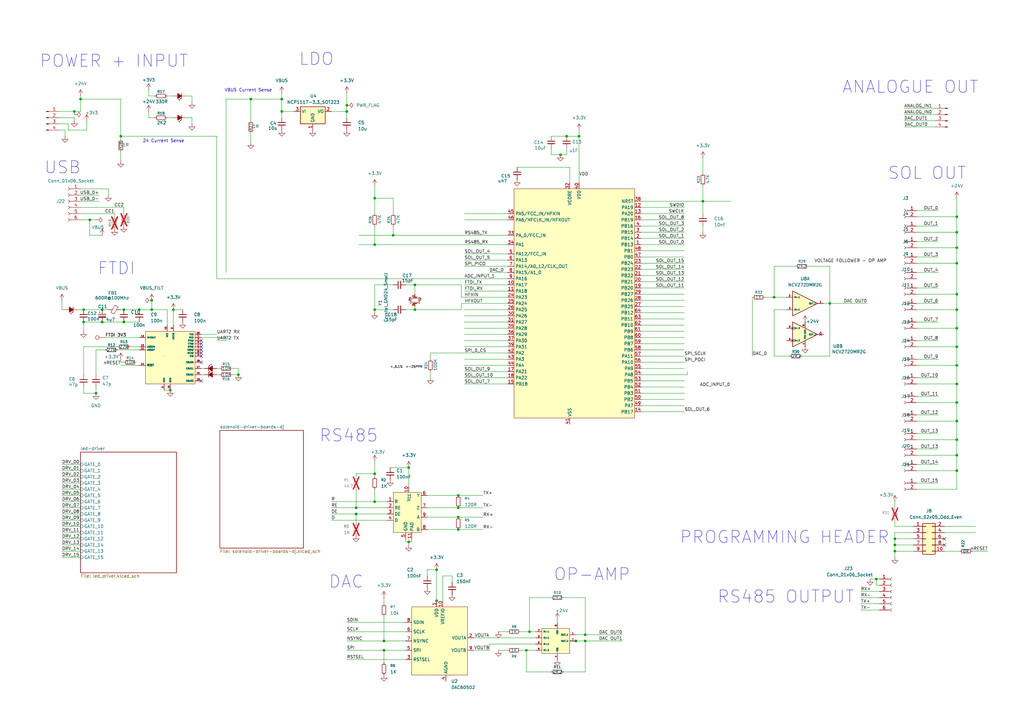
<source format=kicad_sch>
(kicad_sch (version 20250114) (generator "eeschema") (generator_version "9.0")
  (paper "A3")
  (lib_symbols
    (symbol "Connector:Conn_01x02_Socket" (pin_names (offset 1.016) (hide yes))
      (property "Reference" "J" (at 0 2.54 0))
      (property "Value" "Conn_01x02_Socket" (at 0 -5.08 0))
      (symbol "Conn_01x02_Socket_1_1"
        (pin passive line (at -5.08 0 0) (length 3.81) (name "Pin_1") (number "1"))
        (pin passive line (at -5.08 -2.54 0) (length 3.81) (name "Pin_2") (number "2"))
      )
    )
    (symbol "Connector:Conn_01x04_Pin" (pin_names (offset 1.016) (hide yes))
      (property "Reference" "J" (at 0 5.08 0))
      (property "Value" "Conn_01x04_Pin" (at 0 -7.62 0))
      (symbol "Conn_01x04_Pin_1_1"
        (pin passive line (at 5.08 2.54 180) (length 3.81) (name "Pin_1") (number "1"))
        (pin passive line (at 5.08 0 180) (length 3.81) (name "Pin_2") (number "2"))
        (pin passive line (at 5.08 -2.54 180) (length 3.81) (name "Pin_3") (number "3"))
        (pin passive line (at 5.08 -5.08 180) (length 3.81) (name "Pin_4") (number "4"))
      )
    )
    (symbol "Connector:Conn_01x06_Socket" (pin_names (offset 1.016) (hide yes))
      (property "Reference" "J" (at 0 7.62 0))
      (property "Value" "Conn_01x06_Socket" (at 0 -10.16 0))
      (symbol "Conn_01x06_Socket_1_1"
        (pin passive line (at -5.08 5.08 0) (length 3.81) (name "Pin_1") (number "1"))
        (pin passive line (at -5.08 2.54 0) (length 3.81) (name "Pin_2") (number "2"))
        (pin passive line (at -5.08 0 0) (length 3.81) (name "Pin_3") (number "3"))
        (pin passive line (at -5.08 -2.54 0) (length 3.81) (name "Pin_4") (number "4"))
        (pin passive line (at -5.08 -5.08 0) (length 3.81) (name "Pin_5") (number "5"))
        (pin passive line (at -5.08 -7.62 0) (length 3.81) (name "Pin_6") (number "6"))
      )
    )
    (symbol "Connector:TestPoint" (pin_numbers (hide yes)) (pin_names (offset 0.762) (hide yes))
      (property "Reference" "TP" (at 0 6.858 0))
      (property "Value" "TestPoint" (at 0 5.08 0))
      (symbol "TestPoint_1_1"
        (pin passive line (at 0 0 90) (length 2.54) (name "1") (number "1"))
      )
    )
    (symbol "Connector_Generic:Conn_02x05_Odd_Even" (pin_names (offset 1.016) (hide yes))
      (property "Reference" "J" (at 1.27 7.62 0))
      (property "Value" "Conn_02x05_Odd_Even" (at 1.27 -7.62 0))
      (symbol "Conn_02x05_Odd_Even_1_1"
        (pin passive line (at -5.08 5.08 0) (length 3.81) (name "Pin_1") (number "1"))
        (pin passive line (at -5.08 2.54 0) (length 3.81) (name "Pin_3") (number "3"))
        (pin passive line (at -5.08 0 0) (length 3.81) (name "Pin_5") (number "5"))
        (pin passive line (at -5.08 -2.54 0) (length 3.81) (name "Pin_7") (number "7"))
        (pin passive line (at -5.08 -5.08 0) (length 3.81) (name "Pin_9") (number "9"))
        (pin passive line (at 7.62 5.08 180) (length 3.81) (name "Pin_2") (number "2"))
        (pin passive line (at 7.62 2.54 180) (length 3.81) (name "Pin_4") (number "4"))
        (pin passive line (at 7.62 0 180) (length 3.81) (name "Pin_6") (number "6"))
        (pin passive line (at 7.62 -2.54 180) (length 3.81) (name "Pin_8") (number "8"))
        (pin passive line (at 7.62 -5.08 180) (length 3.81) (name "Pin_10") (number "10"))
      )
    )
    (symbol "Device:C_Polarized_Small" (pin_numbers (hide yes)) (pin_names (offset 0.254) (hide yes))
      (property "Reference" "C" (at 0.254 1.778 0))
      (property "Value" "C_Polarized_Small" (at 0.254 -2.032 0))
      (symbol "C_Polarized_Small_1_1"
        (pin passive line (at 0 2.54 270) (length 1.8542) (name "~") (number "1"))
        (pin passive line (at 0 -2.54 90) (length 1.8542) (name "~") (number "2"))
      )
    )
    (symbol "Device:C_Small" (pin_numbers (hide yes)) (pin_names (offset 0.254) (hide yes))
      (property "Reference" "C" (at 0.254 1.778 0))
      (property "Value" "C_Small" (at 0.254 -2.032 0))
      (symbol "C_Small_1_1"
        (pin passive line (at 0 2.54 270) (length 2.032) (name "~") (number "1"))
        (pin passive line (at 0 -2.54 90) (length 2.032) (name "~") (number "2"))
      )
    )
    (symbol "Device:Crystal_GND24_Small" (pin_names (offset 1.016) (hide yes))
      (property "Reference" "Y" (at 1.27 4.445 0))
      (property "Value" "Crystal_GND24_Small" (at 1.27 2.54 0))
      (symbol "Crystal_GND24_Small_1_1"
        (pin passive line (at -2.54 0 0) (length 1.27) (name "1") (number "1"))
        (pin passive line (at 0 2.54 270) (length 0.635) (name "4") (number "4"))
        (pin passive line (at 0 -2.54 90) (length 0.635) (name "2") (number "2"))
        (pin passive line (at 2.54 0 180) (length 1.27) (name "3") (number "3"))
      )
    )
    (symbol "Device:FerriteBead_Small" (pin_numbers (hide yes)) (pin_names (offset 0))
      (property "Reference" "FB" (at 1.905 1.27 0))
      (property "Value" "FerriteBead_Small" (at 1.905 -1.27 0))
      (symbol "FerriteBead_Small_1_1"
        (pin passive line (at 0 2.54 270) (length 1.27) (name "~") (number "1"))
        (pin passive line (at 0 -2.54 90) (length 1.27) (name "~") (number "2"))
      )
    )
    (symbol "Device:LED_Small_Filled" (pin_numbers (hide yes)) (pin_names (offset 0.254) (hide yes))
      (property "Reference" "D" (at -1.27 3.175 0))
      (property "Value" "LED_Small_Filled" (at -4.445 -2.54 0))
      (symbol "LED_Small_Filled_1_1"
        (pin passive line (at -2.54 0 0) (length 1.778) (name "K") (number "1"))
        (pin passive line (at 2.54 0 180) (length 1.778) (name "A") (number "2"))
      )
    )
    (symbol "Device:R_Small" (pin_numbers (hide yes)) (pin_names (offset 0.254) (hide yes))
      (property "Reference" "R" (at 0 0 90))
      (property "Value" "R_Small" (at 1.778 0 90))
      (symbol "R_Small_1_1"
        (pin passive line (at 0 2.54 270) (length 0.762) (name "~") (number "1"))
        (pin passive line (at 0 -2.54 90) (length 0.762) (name "~") (number "2"))
      )
    )
    (symbol "OpAmp_NCV272_1"
      (property "Reference" "U" (at 0 3.556 0))
      (property "Value" "NCV272DMR2G" (at 10.16 -7.112 0))
      (symbol "OpAmp_NCV272_1_1_1"
        (pin input line (at -2.54 0 0) (length 2.54) (name "IN-1") (number "2"))
        (pin input line (at -2.54 -5.08 0) (length 2.54) (name "IN+1") (number "3"))
        (pin output line (at 12.7 -2.54 180) (length 2.54) (name "OUT_1") (number "1"))
      )
      (symbol "OpAmp_NCV272_1_2_1"
        (pin input line (at -2.54 0 0) (length 2.54) (name "IN-2") (number "6"))
        (pin input line (at -2.54 -5.08 0) (length 2.54) (name "IN+2") (number "5"))
        (pin input line (at 5.08 2.54 270) (length 2.54) (name "VDD") (number "8"))
        (pin input line (at 5.08 -7.62 90) (length 2.54) (name "VSS") (number "4"))
        (pin output line (at 12.7 -2.54 180) (length 2.54) (name "OUT_2") (number "7"))
      )
    )
    (symbol "Project_Symbols:DAC_60502"
      (property "Reference" "U2" (at 0.8733 -55.88 0))
      (property "Value" "DAC60502" (at 0.8733 -58.42 0))
      (symbol "DAC_60502_1_1"
        (pin bidirectional line (at -17.78 -31.75 0) (length 2.54) (name "SDIN") (number "8"))
        (pin input line (at -17.78 -35.56 0) (length 2.54) (name "SCLK") (number "6"))
        (pin input line (at -17.78 -39.37 0) (length 2.54) (name "NSYNC") (number "7"))
        (pin input line (at -17.78 -43.18 0) (length 2.54) (name "SPI") (number "5"))
        (pin input line (at -17.78 -46.99 0) (length 2.54) (name "RSTSEL") (number "3"))
        (pin power_in line (at -5.08 -22.86 270) (length 2.54) (name "VDD") (number "1"))
        (pin bidirectional line (at -2.54 -22.86 270) (length 2.54) (name "VREFIO") (number "10"))
        (pin passive line (at -1.27 -55.88 90) (length 2.54) (name "AGND") (number "4"))
        (pin output line (at 10.16 -38.1 180) (length 2.54) (name "VOUTA") (number "2"))
        (pin output line (at 10.16 -43.18 180) (length 2.54) (name "VOUTB") (number "9"))
      )
    )
    (symbol "Project_Symbols:MCU_MSPM0G3507"
      (symbol "MCU_MSPM0G3507_1_1"
        (pin input line (at -25.4 15.24 0) (length 2.54) (name "PA5/FCC_IN/HFXIN") (number "45"))
        (pin input line (at -25.4 12.7 0) (length 2.54) (name "PA6/HFCLK_IN/HFXOUT") (number "46"))
        (pin input line (at -25.4 6.35 0) (length 2.54) (name "PA_0/FCC_IN") (number "33"))
        (pin input line (at -25.4 2.54 0) (length 2.54) (name "PA1") (number "34"))
        (pin input line (at -25.4 -1.27 0) (length 2.54) (name "PA12/FCC_IN") (number "5"))
        (pin input line (at -25.4 -3.81 0) (length 2.54) (name "PA13") (number "6"))
        (pin input line (at -25.4 -6.35 0) (length 2.54) (name "PA14/A0_12/CLK_OUT") (number "7"))
        (pin input line (at -25.4 -8.89 0) (length 2.54) (name "PA15/A1_0") (number "8"))
        (pin input line (at -25.4 -11.43 0) (length 2.54) (name "PA16") (number "9"))
        (pin input line (at -25.4 -13.97 0) (length 2.54) (name "PA17") (number "10"))
        (pin input line (at -25.4 -16.51 0) (length 2.54) (name "PA18") (number "11"))
        (pin input line (at -25.4 -19.05 0) (length 2.54) (name "PA23") (number "24"))
        (pin input line (at -25.4 -21.59 0) (length 2.54) (name "PA24") (number "25"))
        (pin input line (at -25.4 -24.13 0) (length 2.54) (name "PA25") (number "26"))
        (pin input line (at -25.4 -26.67 0) (length 2.54) (name "PA26") (number "30"))
        (pin input line (at -25.4 -29.21 0) (length 2.54) (name "PA27") (number "31"))
        (pin input line (at -25.4 -31.75 0) (length 2.54) (name "PA28") (number "35"))
        (pin input line (at -25.4 -34.29 0) (length 2.54) (name "PA29") (number "36"))
        (pin input line (at -25.4 -36.83 0) (length 2.54) (name "PA30") (number "37"))
        (pin input line (at -25.4 -39.37 0) (length 2.54) (name "PA31") (number "39"))
        (pin input line (at -25.4 -41.91 0) (length 2.54) (name "PA2") (number "42"))
        (pin input line (at -25.4 -44.45 0) (length 2.54) (name "PA3") (number "43"))
        (pin input line (at -25.4 -46.99 0) (length 2.54) (name "PA4") (number "44"))
        (pin input line (at -25.4 -49.53 0) (length 2.54) (name "PA21") (number "17"))
        (pin input line (at -25.4 -52.07 0) (length 2.54) (name "PA22") (number "18"))
        (pin input line (at -25.4 -54.61 0) (length 2.54) (name "PB18") (number "15"))
        (pin input line (at 0 27.94 270) (length 2.54) (name "VCORE") (number "32"))
        (pin input line (at 0 -71.12 90) (length 2.54) (name "VSS") (number "41"))
        (pin input line (at 3.81 27.94 270) (length 2.54) (name "VDD") (number "40"))
        (pin input line (at 29.21 20.32 180) (length 2.54) (name "NRST") (number "38"))
        (pin input line (at 29.21 17.78 180) (length 2.54) (name "PA19") (number "12"))
        (pin input line (at 29.21 15.24 180) (length 2.54) (name "PA20") (number "13"))
        (pin input line (at 29.21 12.7 180) (length 2.54) (name "PB19") (number "16"))
        (pin input line (at 29.21 10.16 180) (length 2.54) (name "PB16") (number "4"))
        (pin input line (at 29.21 7.62 180) (length 2.54) (name "PB15") (number "3"))
        (pin input line (at 29.21 5.08 180) (length 2.54) (name "PB14") (number "2"))
        (pin input line (at 29.21 2.54 180) (length 2.54) (name "PB13") (number "1"))
        (pin input line (at 29.21 0 180) (length 2.54) (name "PB1") (number "48"))
        (pin input line (at 29.21 -2.54 180) (length 2.54) (name "PB0") (number "47"))
        (pin input line (at 29.21 -5.08 180) (length 2.54) (name "PB24") (number "23"))
        (pin input line (at 29.21 -7.62 180) (length 2.54) (name "PB23") (number "22"))
        (pin input line (at 29.21 -10.16 180) (length 2.54) (name "PB22") (number "21"))
        (pin input line (at 29.21 -12.7 180) (length 2.54) (name "PB21") (number "20"))
        (pin input line (at 29.21 -15.24 180) (length 2.54) (name "PB20") (number "19"))
        (pin input line (at 29.21 -17.78 180) (length 2.54) (name "PB27") (number "29"))
        (pin input line (at 29.21 -20.32 180) (length 2.54) (name "PB26") (number "28"))
        (pin input line (at 29.21 -22.86 180) (length 2.54) (name "PB25") (number "27"))
        (pin input line (at 29.21 -25.4 180) (length 2.54) (name "PB12") (number "64"))
        (pin input line (at 29.21 -27.94 180) (length 2.54) (name "PB11") (number "63"))
        (pin input line (at 29.21 -30.48 180) (length 2.54) (name "PB10") (number "62"))
        (pin input line (at 29.21 -33.02 180) (length 2.54) (name "PB9") (number "61"))
        (pin input line (at 29.21 -35.56 180) (length 2.54) (name "PB8") (number "60"))
        (pin input line (at 29.21 -38.1 180) (length 2.54) (name "PB7") (number "59"))
        (pin input line (at 29.21 -40.64 180) (length 2.54) (name "PB6") (number "58"))
        (pin input line (at 29.21 -43.18 180) (length 2.54) (name "PA11") (number "57"))
        (pin input line (at 29.21 -45.72 180) (length 2.54) (name "PA10") (number "56"))
        (pin input line (at 29.21 -48.26 180) (length 2.54) (name "PA9") (number "55"))
        (pin input line (at 29.21 -50.8 180) (length 2.54) (name "PA8") (number "54"))
        (pin input line (at 29.21 -53.34 180) (length 2.54) (name "PB5") (number "53"))
        (pin input line (at 29.21 -55.88 180) (length 2.54) (name "PB4") (number "52"))
        (pin input line (at 29.21 -58.42 180) (length 2.54) (name "PB3") (number "51"))
        (pin input line (at 29.21 -60.96 180) (length 2.54) (name "PB2") (number "50"))
        (pin input line (at 29.21 -63.5 180) (length 2.54) (name "PA7") (number "49"))
        (pin input line (at 29.21 -66.04 180) (length 2.54) (name "PB17") (number "14"))
      )
    )
    (symbol "Project_Symbols:OpAmp_NCV272"
      (symbol "OpAmp_NCV272_1_1"
        (pin input line (at -6.35 2.54 0) (length 2.54) (name "IN-1") (number "2"))
        (pin input line (at -6.35 0 0) (length 2.54) (name "IN+1") (number "3"))
        (pin input line (at -6.35 -2.54 0) (length 2.54) (name "IN+2") (number "5"))
        (pin input line (at -6.35 -5.08 0) (length 2.54) (name "IN-2") (number "6"))
        (pin input line (at 2.54 6.35 270) (length 2.54) (name "VDD") (number "8"))
        (pin input line (at 2.54 -8.89 90) (length 2.54) (name "VSS") (number "4"))
        (pin output line (at 10.16 1.27 180) (length 2.54) (name "OUT_1") (number "1"))
        (pin output line (at 10.16 -1.27 180) (length 2.54) (name "OUT_2") (number "7"))
      )
    )
    (symbol "Project_Symbols:RS485_THVD2412"
      (symbol "RS485_THVD2412_1_1"
        (pin output line (at -8.89 -8.89 0) (length 2.54) (name "R") (number "1"))
        (pin input line (at -8.89 -11.43 0) (length 2.54) (name "RE") (number "2"))
        (pin input line (at -8.89 -13.97 0) (length 2.54) (name "DE") (number "3"))
        (pin input line (at -8.89 -16.51 0) (length 2.54) (name "D") (number "4"))
        (pin passive line (at -1.27 -24.13 90) (length 2.54) (name "GND") (number "5"))
        (pin power_in line (at 0 -2.54 270) (length 2.54) (name "V_{CC}") (number "10"))
        (pin passive line (at 1.27 -24.13 90) (length 2.54) (name "PAD") (number "11"))
        (pin output line (at 7.62 -6.35 180) (length 2.54) (name "Y") (number "6"))
        (pin output line (at 7.62 -11.43 180) (length 2.54) (name "Z") (number "7"))
        (pin input line (at 7.62 -15.24 180) (length 2.54) (name "A") (number "9"))
        (pin input line (at 7.62 -20.32 180) (length 2.54) (name "B") (number "8"))
      )
    )
    (symbol "Project_Symbols:ftdi_FT231X"
      (symbol "ftdi_FT231X_1_1"
        (pin input line (at -12.7 0 0) (length 2.54) (name "3V3OUT") (number "13"))
        (pin input line (at -12.7 -3.81 0) (length 2.54) (name "USBDM") (number "12"))
        (pin input line (at -12.7 -5.08 0) (length 2.54) (name "USBDP") (number "11"))
        (pin input line (at -12.7 -11.43 0) (length 2.54) (name "~{RESET}") (number "14"))
        (pin input line (at -2.54 -21.59 90) (length 2.54) (name "GND") (number "6"))
        (pin input line (at -1.27 5.08 270) (length 2.54) (name "VCC") (number "15"))
        (pin input line (at 0 -21.59 90) (length 2.54) (name "GND") (number "16"))
        (pin input line (at 1.27 5.08 270) (length 2.54) (name "VCCIO") (number "3"))
        (pin input line (at 12.7 1.27 180) (length 2.54) (name "TXD") (number "20"))
        (pin input line (at 12.7 0 180) (length 2.54) (name "RXD") (number "4"))
        (pin input line (at 12.7 -1.27 180) (length 2.54) (name "RTS#") (number "2"))
        (pin input line (at 12.7 -2.54 180) (length 2.54) (name "CTS#") (number "9"))
        (pin input line (at 12.7 -3.81 180) (length 2.54) (name "DTR#") (number "1"))
        (pin input line (at 12.7 -5.08 180) (length 2.54) (name "DSR#") (number "7"))
        (pin input line (at 12.7 -6.35 180) (length 2.54) (name "DCD#") (number "8"))
        (pin input line (at 12.7 -7.62 180) (length 2.54) (name "RI#") (number "5"))
        (pin input line (at 12.7 -10.16 180) (length 2.54) (name "CBUS0") (number "18"))
        (pin input line (at 12.7 -12.7 180) (length 2.54) (name "CBUS1") (number "17"))
        (pin input line (at 12.7 -15.24 180) (length 2.54) (name "CBUS2") (number "10"))
        (pin input line (at 12.7 -17.78 180) (length 2.54) (name "CBUS3") (number "19"))
      )
    )
    (symbol "Regulator_Linear:NCP1117-3.3_SOT223"
      (property "Reference" "U" (at -3.81 3.175 0))
      (property "Value" "NCP1117-3.3_SOT223" (at 0 3.175 0))
      (symbol "NCP1117-3.3_SOT223_1_1"
        (pin power_in line (at -7.62 0 0) (length 2.54) (name "VI") (number "3"))
        (pin power_in line (at 0 -7.62 90) (length 2.54) (name "GND") (number "1"))
        (pin power_out line (at 7.62 0 180) (length 2.54) (name "VO") (number "2"))
      )
    )
    (symbol "power:+3.3V" (power) (pin_numbers (hide yes)) (pin_names (offset 0) (hide yes))
      (property "Value" "+3.3V" (at 0 3.556 0))
      (symbol "+3.3V_1_1"
        (pin power_in line (at 0 0 90) (length 0) (name "~") (number "1"))
      )
    )
    (symbol "power:GND" (power) (pin_numbers (hide yes)) (pin_names (offset 0) (hide yes))
      (property "Value" "GND" (at 0 -3.81 0))
      (symbol "GND_1_1"
        (pin power_in line (at 0 0 270) (length 0) (name "~") (number "1"))
      )
    )
    (symbol "power:PWR_FLAG" (power) (pin_numbers (hide yes)) (pin_names (offset 0) (hide yes))
      (property "Value" "PWR_FLAG" (at 0 3.81 0))
      (symbol "PWR_FLAG_0_0"
        (pin power_out line (at 0 0 90) (length 0) (name "~") (number "1"))
      )
    )
    (symbol "power:VBUS" (power) (pin_numbers (hide yes)) (pin_names (offset 0) (hide yes))
      (property "Value" "VBUS" (at 0 3.556 0))
      (symbol "VBUS_1_1"
        (pin power_in line (at 0 0 90) (length 0) (name "~") (number "1"))
      )
    )
  )
  (text "POWER + INPUT\n" (at 46.736 25.146 0) (effects (font (size 5 5))))
  (text "ANALOGUE OUT\n" (at 373.38 35.814 0) (effects (font (size 5 5))))
  (text "SOL OUT\n" (at 380.238 71.12 0) (effects (font (size 5 5))))
  (text "LDO\n" (at 129.794 24.384 0) (effects (font (size 5 5))))
  (text "FTDI\n" (at 47.752 110.236 0) (effects (font (size 5 5))))
  (text "USB\n" (at 25.654 68.834 0) (effects (font (size 5 5))))
  (text "RS485 OUTPUT\n\n" (at 322.326 248.92 0) (effects (font (size 5 5))))
  (text "PROGRAMMING HEADER\n" (at 321.818 220.472 0) (effects (font (size 5 5))))
  (text "RS485\n" (at 143.002 178.816 0) (effects (font (size 5 5))))
  (text "DAC\n" (at 141.986 238.76 0) (effects (font (size 5 5))))
  (text "OP-AMP\n\n" (at 242.824 239.776 0) (effects (font (size 5 5))))
  (text "VBUS Current Sense" (at 101.854 37.084 0) (effects (font (size 1.27 1.27))))
  (text "24 Current Sense" (at 67.056 57.912 0) (effects (font (size 1.27 1.27))))
  (junction (at 240.03 262.89))
  (junction (at 34.29 127))
  (junction (at 142.24 45.72))
  (junction (at 392.43 120.65))
  (junction (at 69.85 160.02))
  (junction (at 392.43 127))
  (junction (at 62.23 123.19))
  (junction (at 340.36 124.46))
  (junction (at 392.43 88.9))
  (junction (at 187.96 208.28))
  (junction (at 153.67 81.28))
  (junction (at 392.43 101.6))
  (junction (at 157.48 262.89))
  (junction (at 33.02 40.64))
  (junction (at 215.9 266.7))
  (junction (at 392.43 95.25))
  (junction (at 392.43 134.62))
  (junction (at 236.22 262.89))
  (junction (at 146.05 208.28))
  (junction (at 57.15 127))
  (junction (at 392.43 180.34))
  (junction (at 179.07 233.68))
  (junction (at 187.96 203.2))
  (junction (at 288.29 82.55))
  (junction (at 146.05 210.82))
  (junction (at 153.67 194.31))
  (junction (at 115.57 40.64))
  (junction (at 97.79 153.67))
  (junction (at 157.48 266.7))
  (junction (at 367.03 220.98))
  (junction (at 367.03 223.52))
  (junction (at 187.96 212.09))
  (junction (at 62.23 127))
  (junction (at 39.37 161.29))
  (junction (at 153.67 100.33))
  (junction (at 153.67 127))
  (junction (at 317.5 121.92))
  (junction (at 232.41 55.88))
  (junction (at 167.64 222.25))
  (junction (at 187.96 217.17))
  (junction (at 115.57 45.72))
  (junction (at 142.24 43.18))
  (junction (at 392.43 142.24))
  (junction (at 161.29 96.52))
  (junction (at 50.8 132.08))
  (junction (at 170.18 127))
  (junction (at 240.03 260.35))
  (junction (at 217.17 259.08))
  (junction (at 49.53 55.88))
  (junction (at 41.91 127))
  (junction (at 359.41 237.49))
  (junction (at 170.18 116.84))
  (junction (at 392.43 186.69))
  (junction (at 392.43 149.86))
  (junction (at 392.43 193.04))
  (junction (at 392.43 172.72))
  (junction (at 392.43 165.1))
  (junction (at 179.07 246.38))
  (junction (at 50.8 127))
  (junction (at 229.87 63.5))
  (junction (at 237.49 55.88))
  (junction (at 392.43 157.48))
  (junction (at 71.12 127))
  (junction (at 34.29 132.08))
  (junction (at 367.03 226.06))
  (junction (at 41.91 132.08))
  (junction (at 392.43 107.95))
  (junction (at 30.48 45.72))
  (junction (at 36.83 90.17))
  (junction (at 167.64 191.77))
  (junction (at 153.67 205.74))
  (junction (at 102.87 40.64))
  (no_connect (at 387.35 223.52))
  (no_connect (at 82.55 142.24))
  (no_connect (at 336.55 137.16))
  (no_connect (at 82.55 144.78))
  (no_connect (at 325.12 134.62))
  (no_connect (at 387.35 220.98))
  (no_connect (at 82.55 146.05))
  (no_connect (at 82.55 156.21))
  (no_connect (at 82.55 139.7))
  (no_connect (at 82.55 140.97))
  (no_connect (at 82.55 143.51))
  (no_connect (at 325.12 139.7))
  (no_connect (at 82.55 148.59))
  (wire (pts (xy 168.91 222.25) (xy 167.64 222.25)))
  (wire (pts (xy 160.02 191.77) (xy 167.64 191.77)))
  (wire (pts (xy 392.43 127) (xy 392.43 134.62)))
  (wire (pts (xy 27.94 53.34) (xy 35.56 53.34)))
  (wire (pts (xy 78.74 48.26) (xy 78.74 50.8)))
  (wire (pts (xy 153.67 200.66) (xy 153.67 205.74)))
  (wire (pts (xy 226.06 63.5) (xy 229.87 63.5)))
  (wire (pts (xy 68.58 48.26) (xy 71.12 48.26)))
  (wire (pts (xy 175.26 217.17) (xy 187.96 217.17)))
  (wire (pts (xy 262.89 90.17) (xy 280.67 90.17)))
  (wire (pts (xy 217.17 245.11) (xy 226.06 245.11)))
  (wire (pts (xy 359.41 240.03) (xy 359.41 237.49)))
  (wire (pts (xy 88.9 55.88) (xy 88.9 114.3)))
  (wire (pts (xy 167.64 222.25) (xy 167.64 223.52)))
  (wire (pts (xy 370.84 46.99) (xy 383.54 46.99)))
  (wire (pts (xy 215.9 266.7) (xy 215.9 275.59)))
  (wire (pts (xy 157.48 245.11) (xy 157.48 247.65)))
  (wire (pts (xy 34.29 132.08) (xy 34.29 135.89)))
  (wire (pts (xy 392.43 186.69) (xy 392.43 193.04)))
  (wire (pts (xy 153.67 92.71) (xy 153.67 100.33)))
  (wire (pts (xy 375.92 95.25) (xy 392.43 95.25)))
  (wire (pts (xy 215.9 266.7) (xy 219.71 266.7)))
  (wire (pts (xy 262.89 123.19) (xy 280.67 123.19)))
  (wire (pts (xy 39.37 158.75) (xy 39.37 161.29)))
  (wire (pts (xy 60.96 36.83) (xy 60.96 39.37)))
  (wire (pts (xy 50.8 127) (xy 57.15 127)))
  (wire (pts (xy 237.49 53.34) (xy 237.49 55.88)))
  (wire (pts (xy 375.92 142.24) (xy 392.43 142.24)))
  (wire (pts (xy 213.36 259.08) (xy 217.17 259.08)))
  (wire (pts (xy 187.96 203.2) (xy 198.12 203.2)))
  (wire (pts (xy 189.23 121.92) (xy 208.28 121.92)))
  (wire (pts (xy 95.25 151.13) (xy 97.79 151.13)))
  (wire (pts (xy 170.18 127) (xy 166.37 127)))
  (wire (pts (xy 26.67 53.34) (xy 26.67 55.88)))
  (wire (pts (xy 33.02 40.64) (xy 33.02 45.72)))
  (wire (pts (xy 240.03 262.89) (xy 255.27 262.89)))
  (wire (pts (xy 146.05 200.66) (xy 146.05 208.28)))
  (wire (pts (xy 353.06 245.11) (xy 360.68 245.11)))
  (wire (pts (xy 25.4 193.04) (xy 33.02 193.04)))
  (wire (pts (xy 262.89 97.79) (xy 280.67 97.79)))
  (wire (pts (xy 25.4 123.19) (xy 25.4 127)))
  (wire (pts (xy 153.67 127) (xy 161.29 127)))
  (wire (pts (xy 232.41 55.88) (xy 226.06 55.88)))
  (wire (pts (xy 375.92 124.46) (xy 384.81 124.46)))
  (wire (pts (xy 288.29 64.77) (xy 288.29 71.12)))
  (wire (pts (xy 36.83 90.17) (xy 39.37 90.17)))
  (wire (pts (xy 367.03 205.74) (xy 367.03 208.28)))
  (wire (pts (xy 323.85 146.05) (xy 317.5 146.05)))
  (wire (pts (xy 33.02 40.64) (xy 49.53 40.64)))
  (wire (pts (xy 30.48 45.72) (xy 30.48 46.99)))
  (wire (pts (xy 262.89 85.09) (xy 280.67 85.09)))
  (wire (pts (xy 179.07 233.68) (xy 179.07 246.38)))
  (wire (pts (xy 262.89 125.73) (xy 280.67 125.73)))
  (wire (pts (xy 229.87 63.5) (xy 232.41 63.5)))
  (wire (pts (xy 142.24 262.89) (xy 157.48 262.89)))
  (wire (pts (xy 398.78 226.06) (xy 405.13 226.06)))
  (wire (pts (xy 115.57 38.1) (xy 115.57 40.64)))
  (wire (pts (xy 262.89 148.59) (xy 280.67 148.59)))
  (wire (pts (xy 49.53 147.32) (xy 49.53 148.59)))
  (wire (pts (xy 392.43 157.48) (xy 392.43 165.1)))
  (wire (pts (xy 190.5 149.86) (xy 208.28 149.86)))
  (wire (pts (xy 190.5 147.32) (xy 208.28 147.32)))
  (wire (pts (xy 189.23 116.84) (xy 170.18 116.84)))
  (wire (pts (xy 219.71 264.16) (xy 200.66 264.16)))
  (wire (pts (xy 153.67 116.84) (xy 153.67 127)))
  (wire (pts (xy 190.5 132.08) (xy 208.28 132.08)))
  (wire (pts (xy 176.53 144.78) (xy 208.28 144.78)))
  (wire (pts (xy 375.92 134.62) (xy 392.43 134.62)))
  (wire (pts (xy 25.4 210.82) (xy 33.02 210.82)))
  (wire (pts (xy 262.89 135.89) (xy 280.67 135.89)))
  (wire (pts (xy 375.92 186.69) (xy 392.43 186.69)))
  (wire (pts (xy 392.43 81.28) (xy 392.43 88.9)))
  (wire (pts (xy 175.26 208.28) (xy 187.96 208.28)))
  (wire (pts (xy 375.92 157.48) (xy 392.43 157.48)))
  (wire (pts (xy 262.89 138.43) (xy 280.67 138.43)))
  (wire (pts (xy 190.5 152.4) (xy 208.28 152.4)))
  (wire (pts (xy 142.24 38.1) (xy 142.24 43.18)))
  (wire (pts (xy 262.89 100.33) (xy 280.67 100.33)))
  (wire (pts (xy 190.5 154.94) (xy 208.28 154.94)))
  (wire (pts (xy 190.5 137.16) (xy 208.28 137.16)))
  (wire (pts (xy 153.67 194.31) (xy 153.67 195.58)))
  (wire (pts (xy 262.89 120.65) (xy 280.67 120.65)))
  (wire (pts (xy 375.92 154.94) (xy 384.81 154.94)))
  (wire (pts (xy 375.92 147.32) (xy 384.81 147.32)))
  (wire (pts (xy 375.92 105.41) (xy 384.81 105.41)))
  (wire (pts (xy 68.58 133.35) (xy 68.58 127)))
  (wire (pts (xy 190.5 119.38) (xy 208.28 119.38)))
  (wire (pts (xy 375.92 92.71) (xy 384.81 92.71)))
  (wire (pts (xy 92.71 139.7) (xy 88.9 139.7)))
  (wire (pts (xy 30.48 48.26) (xy 30.48 49.53)))
  (wire (pts (xy 82.55 151.13) (xy 83.82 151.13)))
  (wire (pts (xy 190.5 127) (xy 208.28 127)))
  (wire (pts (xy 190.5 106.68) (xy 208.28 106.68)))
  (wire (pts (xy 102.87 54.61) (xy 102.87 58.42)))
  (wire (pts (xy 353.06 250.19) (xy 360.68 250.19)))
  (wire (pts (xy 213.36 266.7) (xy 215.9 266.7)))
  (wire (pts (xy 142.24 45.72) (xy 142.24 48.26)))
  (wire (pts (xy 190.5 109.22) (xy 208.28 109.22)))
  (wire (pts (xy 190.5 104.14) (xy 208.28 104.14)))
  (wire (pts (xy 62.23 123.19) (xy 62.23 127)))
  (wire (pts (xy 375.92 190.5) (xy 384.81 190.5)))
  (wire (pts (xy 231.14 275.59) (xy 240.03 275.59)))
  (wire (pts (xy 25.4 213.36) (xy 33.02 213.36)))
  (wire (pts (xy 190.5 157.48) (xy 208.28 157.48)))
  (wire (pts (xy 161.29 81.28) (xy 161.29 87.63)))
  (wire (pts (xy 78.74 39.37) (xy 78.74 41.91)))
  (wire (pts (xy 33.02 77.47) (xy 44.45 77.47)))
  (wire (pts (xy 153.67 205.74) (xy 158.75 205.74)))
  (wire (pts (xy 40.64 82.55) (xy 33.02 82.55)))
  (wire (pts (xy 375.92 200.66) (xy 392.43 200.66)))
  (wire (pts (xy 375.92 127) (xy 392.43 127)))
  (wire (pts (xy 176.53 144.78) (xy 176.53 147.32)))
  (wire (pts (xy 262.89 153.67) (xy 281.94 153.67)))
  (wire (pts (xy 157.48 262.89) (xy 166.37 262.89)))
  (wire (pts (xy 24.13 45.72) (xy 30.48 45.72)))
  (wire (pts (xy 146.05 208.28) (xy 158.75 208.28)))
  (wire (pts (xy 231.14 245.11) (xy 240.03 245.11)))
  (wire (pts (xy 262.89 102.87) (xy 280.67 102.87)))
  (wire (pts (xy 185.42 236.22) (xy 185.42 238.76)))
  (wire (pts (xy 392.43 88.9) (xy 392.43 95.25)))
  (wire (pts (xy 240.03 260.35) (xy 255.27 260.35)))
  (wire (pts (xy 175.26 233.68) (xy 175.26 236.22)))
  (wire (pts (xy 135.89 208.28) (xy 146.05 208.28)))
  (wire (pts (xy 34.29 161.29) (xy 39.37 161.29)))
  (wire (pts (xy 168.91 220.98) (xy 168.91 222.25)))
  (wire (pts (xy 367.03 223.52) (xy 367.03 226.06)))
  (wire (pts (xy 190.5 116.84) (xy 208.28 116.84)))
  (wire (pts (xy 82.55 137.16) (xy 88.9 137.16)))
  (wire (pts (xy 392.43 107.95) (xy 392.43 120.65)))
  (wire (pts (xy 25.4 205.74) (xy 33.02 205.74)))
  (wire (pts (xy 288.29 76.2) (xy 288.29 82.55)))
  (wire (pts (xy 71.12 127) (xy 71.12 133.35)))
  (wire (pts (xy 170.18 127) (xy 189.23 127)))
  (wire (pts (xy 262.89 130.81) (xy 280.67 130.81)))
  (wire (pts (xy 375.92 198.12) (xy 384.81 198.12)))
  (wire (pts (xy 359.41 237.49) (xy 360.68 237.49)))
  (wire (pts (xy 147.32 96.52) (xy 161.29 96.52)))
  (wire (pts (xy 41.91 132.08) (xy 50.8 132.08)))
  (wire (pts (xy 262.89 140.97) (xy 280.67 140.97)))
  (wire (pts (xy 189.23 116.84) (xy 189.23 121.92)))
  (wire (pts (xy 392.43 95.25) (xy 392.43 101.6)))
  (wire (pts (xy 25.4 208.28) (xy 33.02 208.28)))
  (wire (pts (xy 190.5 139.7) (xy 208.28 139.7)))
  (wire (pts (xy 41.91 127) (xy 44.45 127)))
  (wire (pts (xy 313.69 121.92) (xy 317.5 121.92)))
  (wire (pts (xy 24.13 48.26) (xy 30.48 48.26)))
  (wire (pts (xy 375.92 180.34) (xy 392.43 180.34)))
  (wire (pts (xy 31.75 127) (xy 34.29 127)))
  (wire (pts (xy 375.92 132.08) (xy 384.81 132.08)))
  (wire (pts (xy 262.89 95.25) (xy 280.67 95.25)))
  (wire (pts (xy 262.89 151.13) (xy 280.67 151.13)))
  (wire (pts (xy 262.89 156.21) (xy 280.67 156.21)))
  (wire (pts (xy 262.89 143.51) (xy 280.67 143.51)))
  (wire (pts (xy 36.83 96.52) (xy 41.91 96.52)))
  (wire (pts (xy 142.24 259.08) (xy 166.37 259.08)))
  (wire (pts (xy 375.92 107.95) (xy 392.43 107.95)))
  (wire (pts (xy 262.89 82.55) (xy 288.29 82.55)))
  (wire (pts (xy 262.89 146.05) (xy 280.67 146.05)))
  (wire (pts (xy 88.9 114.3) (xy 208.28 114.3)))
  (wire (pts (xy 217.17 259.08) (xy 219.71 259.08)))
  (wire (pts (xy 176.53 152.4) (xy 176.53 154.94)))
  (wire (pts (xy 92.71 40.64) (xy 102.87 40.64)))
  (wire (pts (xy 375.92 162.56) (xy 384.81 162.56)))
  (wire (pts (xy 370.84 44.45) (xy 383.54 44.45)))
  (wire (pts (xy 142.24 270.51) (xy 166.37 270.51)))
  (wire (pts (xy 187.96 208.28) (xy 198.12 208.28)))
  (wire (pts (xy 187.96 212.09) (xy 198.12 212.09)))
  (wire (pts (xy 49.53 127) (xy 50.8 127)))
  (wire (pts (xy 204.47 266.7) (xy 208.28 266.7)))
  (wire (pts (xy 375.92 139.7) (xy 384.81 139.7)))
  (wire (pts (xy 375.92 99.06) (xy 384.81 99.06)))
  (wire (pts (xy 317.5 146.05) (xy 317.5 127)))
  (wire (pts (xy 153.67 81.28) (xy 153.67 87.63)))
  (wire (pts (xy 375.92 177.8) (xy 384.81 177.8)))
  (wire (pts (xy 34.29 142.24) (xy 48.26 142.24)))
  (wire (pts (xy 360.68 240.03) (xy 359.41 240.03)))
  (wire (pts (xy 375.92 101.6) (xy 392.43 101.6)))
  (wire (pts (xy 25.4 198.12) (xy 33.02 198.12)))
  (wire (pts (xy 92.71 111.76) (xy 92.71 40.64)))
  (wire (pts (xy 367.03 220.98) (xy 374.65 220.98)))
  (wire (pts (xy 92.71 139.7) (xy 92.71 138.43)))
  (wire (pts (xy 375.92 149.86) (xy 392.43 149.86)))
  (wire (pts (xy 181.61 236.22) (xy 181.61 246.38)))
  (wire (pts (xy 25.4 195.58) (xy 33.02 195.58)))
  (wire (pts (xy 135.89 213.36) (xy 158.75 213.36)))
  (wire (pts (xy 39.37 143.51) (xy 43.18 143.51)))
  (wire (pts (xy 146.05 195.58) (xy 146.05 194.31)))
  (wire (pts (xy 57.15 127) (xy 62.23 127)))
  (wire (pts (xy 204.47 259.08) (xy 208.28 259.08)))
  (wire (pts (xy 370.84 52.07) (xy 383.54 52.07)))
  (wire (pts (xy 115.57 45.72) (xy 120.65 45.72)))
  (wire (pts (xy 157.48 252.73) (xy 157.48 262.89)))
  (wire (pts (xy 157.48 266.7) (xy 166.37 266.7)))
  (wire (pts (xy 48.26 143.51) (xy 57.15 143.51)))
  (wire (pts (xy 170.18 116.84) (xy 170.18 120.65)))
  (wire (pts (xy 190.5 134.62) (xy 208.28 134.62)))
  (wire (pts (xy 175.26 212.09) (xy 187.96 212.09)))
  (wire (pts (xy 181.61 236.22) (xy 185.42 236.22)))
  (wire (pts (xy 375.92 184.15) (xy 384.81 184.15)))
  (wire (pts (xy 340.36 109.22) (xy 340.36 124.46)))
  (wire (pts (xy 367.03 223.52) (xy 374.65 223.52)))
  (wire (pts (xy 367.03 226.06) (xy 367.03 228.6)))
  (wire (pts (xy 187.96 217.17) (xy 198.12 217.17)))
  (wire (pts (xy 340.36 124.46) (xy 340.36 146.05)))
  (wire (pts (xy 375.92 118.11) (xy 384.81 118.11)))
  (wire (pts (xy 356.87 237.49) (xy 359.41 237.49)))
  (wire (pts (xy 317.5 121.92) (xy 317.5 109.22)))
  (wire (pts (xy 33.02 85.09) (xy 50.8 85.09)))
  (wire (pts (xy 40.64 80.01) (xy 33.02 80.01)))
  (wire (pts (xy 115.57 40.64) (xy 102.87 40.64)))
  (wire (pts (xy 170.18 125.73) (xy 170.18 127)))
  (wire (pts (xy 34.29 132.08) (xy 41.91 132.08)))
  (wire (pts (xy 262.89 115.57) (xy 280.67 115.57)))
  (wire (pts (xy 262.89 133.35) (xy 280.67 133.35)))
  (wire (pts (xy 392.43 165.1) (xy 392.43 172.72)))
  (wire (pts (xy 375.92 86.36) (xy 384.81 86.36)))
  (wire (pts (xy 153.67 81.28) (xy 161.29 81.28)))
  (wire (pts (xy 179.07 247.65) (xy 179.07 246.38)))
  (wire (pts (xy 262.89 166.37) (xy 280.67 166.37)))
  (wire (pts (xy 33.02 90.17) (xy 36.83 90.17)))
  (wire (pts (xy 25.4 223.52) (xy 33.02 223.52)))
  (wire (pts (xy 262.89 168.91) (xy 280.67 168.91)))
  (wire (pts (xy 30.48 45.72) (xy 33.02 45.72)))
  (wire (pts (xy 387.35 218.44) (xy 400.05 218.44)))
  (wire (pts (xy 50.8 132.08) (xy 57.15 132.08)))
  (wire (pts (xy 146.05 210.82) (xy 146.05 214.63)))
  (wire (pts (xy 262.89 113.03) (xy 280.67 113.03)))
  (wire (pts (xy 262.89 92.71) (xy 280.67 92.71)))
  (wire (pts (xy 367.03 213.36) (xy 367.03 215.9)))
  (wire (pts (xy 194.31 261.62) (xy 219.71 261.62)))
  (wire (pts (xy 189.23 124.46) (xy 189.23 127)))
  (wire (pts (xy 392.43 142.24) (xy 392.43 149.86)))
  (wire (pts (xy 33.02 87.63) (xy 46.99 87.63)))
  (wire (pts (xy 331.47 109.22) (xy 340.36 109.22)))
  (wire (pts (xy 280.67 87.63) (xy 262.89 87.63)))
  (wire (pts (xy 35.56 49.53) (xy 35.56 53.34)))
  (wire (pts (xy 26.67 127) (xy 25.4 127)))
  (wire (pts (xy 317.5 127) (xy 322.58 127)))
  (wire (pts (xy 63.5 48.26) (xy 60.96 48.26)))
  (wire (pts (xy 161.29 92.71) (xy 161.29 96.52)))
  (wire (pts (xy 24.13 53.34) (xy 26.67 53.34)))
  (wire (pts (xy 135.89 45.72) (xy 142.24 45.72)))
  (wire (pts (xy 24.13 50.8) (xy 27.94 50.8)))
  (wire (pts (xy 392.43 120.65) (xy 392.43 127)))
  (wire (pts (xy 337.82 124.46) (xy 340.36 124.46)))
  (wire (pts (xy 237.49 55.88) (xy 237.49 74.93)))
  (wire (pts (xy 367.03 215.9) (xy 374.65 215.9)))
  (wire (pts (xy 76.2 48.26) (xy 78.74 48.26)))
  (wire (pts (xy 262.89 158.75) (xy 280.67 158.75)))
  (wire (pts (xy 82.55 153.67) (xy 83.82 153.67)))
  (wire (pts (xy 25.4 226.06) (xy 33.02 226.06)))
  (wire (pts (xy 190.5 87.63) (xy 208.28 87.63)))
  (wire (pts (xy 142.24 266.7) (xy 157.48 266.7)))
  (wire (pts (xy 226.06 60.96) (xy 226.06 63.5)))
  (wire (pts (xy 153.67 189.23) (xy 153.67 194.31)))
  (wire (pts (xy 262.89 105.41) (xy 280.67 105.41)))
  (wire (pts (xy 340.36 146.05) (xy 328.93 146.05)))
  (wire (pts (xy 95.25 153.67) (xy 97.79 153.67)))
  (wire (pts (xy 68.58 39.37) (xy 71.12 39.37)))
  (wire (pts (xy 33.02 39.37) (xy 33.02 40.64)))
  (wire (pts (xy 375.92 165.1) (xy 392.43 165.1)))
  (wire (pts (xy 179.07 233.68) (xy 175.26 233.68)))
  (wire (pts (xy 392.43 134.62) (xy 392.43 142.24)))
  (wire (pts (xy 146.05 194.31) (xy 153.67 194.31)))
  (wire (pts (xy 53.34 142.24) (xy 57.15 142.24)))
  (wire (pts (xy 25.4 200.66) (xy 33.02 200.66)))
  (wire (pts (xy 281.94 152.4) (xy 281.94 153.67)))
  (wire (pts (xy 392.43 149.86) (xy 392.43 157.48)))
  (wire (pts (xy 190.5 129.54) (xy 208.28 129.54)))
  (wire (pts (xy 236.22 262.89) (xy 240.03 262.89)))
  (wire (pts (xy 288.29 82.55) (xy 299.72 82.55)))
  (wire (pts (xy 215.9 275.59) (xy 226.06 275.59)))
  (wire (pts (xy 43.18 138.43) (xy 57.15 138.43)))
  (wire (pts (xy 170.18 116.84) (xy 166.37 116.84)))
  (wire (pts (xy 353.06 242.57) (xy 360.68 242.57)))
  (wire (pts (xy 367.03 220.98) (xy 367.03 223.52)))
  (wire (pts (xy 88.9 153.67) (xy 90.17 153.67)))
  (wire (pts (xy 308.61 146.05) (xy 308.61 121.92)))
  (wire (pts (xy 370.84 49.53) (xy 383.54 49.53)))
  (wire (pts (xy 367.03 226.06) (xy 374.65 226.06)))
  (wire (pts (xy 232.41 60.96) (xy 232.41 63.5)))
  (wire (pts (xy 262.89 161.29) (xy 280.67 161.29)))
  (wire (pts (xy 92.71 138.43) (xy 82.55 138.43)))
  (wire (pts (xy 262.89 128.27) (xy 280.67 128.27)))
  (wire (pts (xy 153.67 127) (xy 153.67 128.27)))
  (wire (pts (xy 240.03 262.89) (xy 240.03 275.59)))
  (wire (pts (xy 135.89 210.82) (xy 146.05 210.82)))
  (wire (pts (xy 166.37 222.25) (xy 167.64 222.25)))
  (wire (pts (xy 49.53 62.23) (xy 49.53 66.04)))
  (wire (pts (xy 375.92 120.65) (xy 392.43 120.65)))
  (wire (pts (xy 288.29 82.55) (xy 288.29 87.63)))
  (wire (pts (xy 200.66 264.16) (xy 200.66 266.7)))
  (wire (pts (xy 39.37 143.51) (xy 39.37 153.67)))
  (wire (pts (xy 50.8 148.59) (xy 49.53 148.59)))
  (wire (pts (xy 262.89 118.11) (xy 280.67 118.11)))
  (wire (pts (xy 25.4 228.6) (xy 33.02 228.6)))
  (wire (pts (xy 262.89 107.95) (xy 280.67 107.95)))
  (wire (pts (xy 50.8 85.09) (xy 50.8 87.63)))
  (wire (pts (xy 233.68 74.93) (xy 233.68 68.58)))
  (wire (pts (xy 158.75 210.82) (xy 146.05 210.82)))
  (wire (pts (xy 46.99 87.63) (xy 46.99 88.9)))
  (wire (pts (xy 153.67 76.2) (xy 153.67 81.28)))
  (wire (pts (xy 25.4 218.44) (xy 33.02 218.44)))
  (wire (pts (xy 288.29 92.71) (xy 288.29 95.25)))
  (wire (pts (xy 25.4 215.9) (xy 33.02 215.9)))
  (wire (pts (xy 49.53 40.64) (xy 49.53 55.88)))
  (wire (pts (xy 194.31 266.7) (xy 200.66 266.7)))
  (wire (pts (xy 60.96 45.72) (xy 60.96 48.26)))
  (wire (pts (xy 135.89 205.74) (xy 153.67 205.74)))
  (wire (pts (xy 97.79 151.13) (xy 97.79 153.67)))
  (wire (pts (xy 228.6 254) (xy 228.6 255.27)))
  (wire (pts (xy 25.4 203.2) (xy 33.02 203.2)))
  (wire (pts (xy 62.23 127) (xy 68.58 127)))
  (wire (pts (xy 34.29 127) (xy 41.91 127)))
  (wire (pts (xy 392.43 101.6) (xy 392.43 107.95)))
  (wire (pts (xy 34.29 158.75) (xy 34.29 161.29)))
  (wire (pts (xy 161.29 116.84) (xy 153.67 116.84)))
  (wire (pts (xy 161.29 96.52) (xy 208.28 96.52)))
  (wire (pts (xy 375.92 172.72) (xy 392.43 172.72)))
  (wire (pts (xy 167.64 191.77) (xy 167.64 199.39)))
  (wire (pts (xy 340.36 124.46) (xy 355.6 124.46)))
  (wire (pts (xy 367.03 218.44) (xy 374.65 218.44)))
  (wire (pts (xy 200.66 111.76) (xy 208.28 111.76)))
  (wire (pts (xy 27.94 50.8) (xy 27.94 53.34)))
  (wire (pts (xy 233.68 262.89) (xy 236.22 262.89)))
  (wire (pts (xy 375.92 170.18) (xy 384.81 170.18)))
  (wire (pts (xy 142.24 255.27) (xy 166.37 255.27)))
  (wire (pts (xy 367.03 218.44) (xy 367.03 220.98)))
  (wire (pts (xy 157.48 271.78) (xy 157.48 266.7)))
  (wire (pts (xy 392.43 172.72) (xy 392.43 180.34)))
  (wire (pts (xy 102.87 40.64) (xy 102.87 49.53)))
  (wire (pts (xy 317.5 121.92) (xy 322.58 121.92)))
  (wire (pts (xy 44.45 77.47) (xy 44.45 80.01)))
  (wire (pts (xy 392.43 193.04) (xy 392.43 200.66)))
  (wire (pts (xy 189.23 124.46) (xy 208.28 124.46)))
  (wire (pts (xy 67.31 160.02) (xy 69.85 160.02)))
  (wire (pts (xy 88.9 151.13) (xy 90.17 151.13)))
  (wire (pts (xy 63.5 39.37) (xy 60.96 39.37)))
  (wire (pts (xy 147.32 100.33) (xy 153.67 100.33)))
  (wire (pts (xy 142.24 43.18) (xy 142.24 45.72)))
  (wire (pts (xy 34.29 142.24) (xy 34.29 153.67)))
  (wire (pts (xy 166.37 220.98) (xy 166.37 222.25)))
  (wire (pts (xy 387.35 215.9) (xy 400.05 215.9)))
  (wire (pts (xy 317.5 109.22) (xy 326.39 109.22)))
  (wire (pts (xy 49.53 55.88) (xy 88.9 55.88)))
  (wire (pts (xy 71.12 127) (xy 74.93 127)))
  (wire (pts (xy 175.26 203.2) (xy 187.96 203.2)))
  (wire (pts (xy 190.5 142.24) (xy 208.28 142.24)))
  (wire (pts (xy 115.57 40.64) (xy 115.57 45.72)))
  (wire (pts (xy 36.83 90.17) (xy 36.83 96.52)))
  (wire (pts (xy 217.17 259.08) (xy 217.17 245.11)))
  (wire (pts (xy 49.53 55.88) (xy 49.53 57.15)))
  (wire (pts (xy 353.06 247.65) (xy 360.68 247.65)))
  (wire (pts (xy 240.03 245.11) (xy 240.03 260.35)))
  (wire (pts (xy 115.57 48.26) (xy 115.57 45.72)))
  (wire (pts (xy 375.92 111.76) (xy 384.81 111.76)))
  (wire (pts (xy 76.2 39.37) (xy 78.74 39.37)))
  (wire (pts (xy 153.67 100.33) (xy 208.28 100.33)))
  (wire (pts (xy 212.09 68.58) (xy 233.68 68.58)))
  (wire (pts (xy 25.4 220.98) (xy 33.02 220.98)))
  (wire (pts (xy 190.5 90.17) (xy 208.28 90.17)))
  (wire (pts (xy 236.22 260.35) (xy 240.03 260.35)))
  (wire (pts (xy 262.89 163.83) (xy 280.67 163.83)))
  (wire (pts (xy 387.35 226.06) (xy 393.7 226.06)))
  (wire (pts (xy 375.92 88.9) (xy 392.43 88.9)))
  (wire (pts (xy 232.41 55.88) (xy 237.49 55.88)))
  (wire (pts (xy 25.4 190.5) (xy 33.02 190.5)))
  (wire (pts (xy 49.53 149.86) (xy 57.15 149.86)))
  (wire (pts (xy 262.89 110.49) (xy 280.67 110.49)))
  (wire (pts (xy 392.43 180.34) (xy 392.43 186.69)))
  (wire (pts (xy 375.92 193.04) (xy 392.43 193.04)))
  (label "DRV_01" (at 25.4 193.04 0))
  (label "RSTSEL" (at 142.24 270.51 0))
  (label "SPI_SCLK" (at 280.67 146.05 0))
  (label "UART2 RX" (at 88.9 137.16 0))
  (label "SPI" (at 142.24 266.7 0))
  (label "DAC OUT0" (at 255.27 260.35 180))
  (label "OUT_4" (at 384.81 111.76 180))
  (label "OUT_7" (at 384.81 132.08 180))
  (label "SOL_OUT_6" (at 280.67 168.91 0))
  (label "DRV_10" (at 25.4 215.9 0))
  (label "OUT_0" (at 384.81 86.36 180))
  (label "SCLK" (at 142.24 259.08 0))
  (label "TX-" (at 198.12 208.28 0))
  (label "SOL_OUT_8" (at 280.67 90.17 180))
  (label "OUT_6" (at 384.81 124.46 180))
  (label "OUT_12" (at 384.81 170.18 180))
  (label "SOL_OUT_15" (at 280.67 107.95 180))
  (label "OUT_13" (at 384.81 184.15 180))
  (label "OUT_9" (at 384.81 147.32 180))
  (label "nRESET" (at 49.53 149.86 180))
  (label "SOL_OUT_10" (at 190.5 154.94 0))
  (label "SOL_OUT_3" (at 280.67 92.71 180))
  (label "FTDI 3V3" (at 43.18 138.43 0))
  (label "DRV_00" (at 25.4 190.5 0))
  (label "SOL_OUT_1" (at 280.67 97.79 180))
  (label "SOL_OUT_2" (at 280.67 95.25 180))
  (label "SOL_OUT_0" (at 280.67 100.33 180))
  (label "RS485_RX" (at 190.5 100.33 0))
  (label "OUT_5" (at 384.81 118.11 180))
  (label "RX-" (at 198.12 217.17 0))
  (label "SOL_OUT_11" (at 280.67 118.11 180))
  (label "RX+" (at 198.12 212.09 0))
  (label "OUT_14" (at 384.81 190.5 180))
  (label "+_0.1%  +-25PPM" (at 160.02 151.13 0) (effects (font (size 0.9 0.9))))
  (label "OUT_10" (at 384.81 154.94 180))
  (label "DAC_OUT1" (at 370.84 49.53 0))
  (label "TX-" (at 353.06 250.19 0))
  (label "OUT_2" (at 384.81 99.06 180))
  (label "DRV_09" (at 25.4 213.36 0))
  (label "DRV_03" (at 25.4 198.12 0))
  (label "FTDI_TX" (at 190.5 116.84 0))
  (label "FTDI 3V3" (at 43.18 138.43 0))
  (label "UART2 TX" (at 88.9 139.7 0))
  (label "FTDI_RX" (at 190.5 119.38 0))
  (label "DAC_OUT0" (at 370.84 52.07 0))
  (label "RE" (at 135.89 208.28 0))
  (label "RX+" (at 353.06 242.57 0))
  (label "nRESET" (at 405.13 226.06 180))
  (label "HFXOUT" (at 190.5 124.46 0))
  (label "NSYNC" (at 142.24 262.89 0))
  (label "DRV_04" (at 25.4 200.66 0))
  (label "SOL_OUT_9" (at 190.5 152.4 0))
  (label "DRV_02" (at 25.4 195.58 0))
  (label "DRV_06" (at 25.4 205.74 0))
  (label "SPI_POCI" (at 280.67 148.59 0))
  (label "SPI_0_CS" (at 190.5 144.78 0))
  (label "DRV_15" (at 25.4 228.6 0))
  (label "DE" (at 135.89 210.82 0))
  (label "SOL_OUT_14" (at 280.67 110.49 180))
  (label "HFXIN" (at 190.5 121.92 0))
  (label "USB_D+" (at 40.64 80.01 180))
  (label "SOL_OUT_13" (at 280.67 113.03 180))
  (label "SOL_OUT_4" (at 190.5 104.14 0))
  (label "R" (at 135.89 205.74 0))
  (label "CC1" (at 46.99 87.63 180))
  (label "DRV_14" (at 25.4 226.06 0))
  (label "DRV_12" (at 25.4 220.98 0))
  (label "ANALOG_IN0" (at 370.84 46.99 0))
  (label "DRV_07" (at 25.4 208.28 0))
  (label "DAC OUT1" (at 255.27 262.89 180))
  (label "ADC_INPUT_0" (at 287.02 158.75 0))
  (label "VOLTAGE FOLLOWER - OP AMP" (at 334.01 107.95 0))
  (label "OUT_11" (at 384.81 162.56 180))
  (label "SDIN" (at 142.24 255.27 0))
  (label "SOL_OUT_5" (at 190.5 106.68 0))
  (label "RS485_TX" (at 190.5 96.52 0))
  (label "OUT_13" (at 384.81 177.8 180))
  (label "VDD" (at 237.49 72.39 0))
  (label "SPI_PICO" (at 190.5 109.22 0))
  (label "DRV_08" (at 25.4 210.82 0))
  (label "DAC_0" (at 308.61 146.05 0))
  (label "SOL_OUT_7" (at 190.5 157.48 0))
  (label "CC2" (at 50.8 85.09 180))
  (label "OUT_8" (at 384.81 139.7 180))
  (label "DRV_13" (at 25.4 223.52 0))
  (label "SWDIO" (at 280.67 85.09 180))
  (label "DAC_0" (at 200.66 111.76 0))
  (label "TX+" (at 353.06 247.65 0))
  (label "OUT_1" (at 384.81 92.71 180))
  (label "SWCLK" (at 280.67 87.63 180))
  (label "DAC OUT0" (at 355.6 124.46 180))
  (label "D" (at 135.89 213.36 0))
  (label "ADC_INPUT_1" (at 190.5 114.3 0))
  (label "RX-" (at 353.06 245.11 0))
  (label "VOUTB" (at 200.66 266.7 180))
  (label "TX+" (at 198.12 203.2 0))
  (label "USB_D-" (at 40.64 82.55 180))
  (label "SOL_OUT_12" (at 280.67 115.57 180))
  (label "VOUTA" (at 200.66 261.62 180))
  (label "OUT_3" (at 384.81 105.41 180))
  (label "DRV_05" (at 25.4 203.2 0))
  (label "DRV_11" (at 25.4 218.44 0))
  (label "OUT_15" (at 384.81 198.12 180))
  (label "ANALOG_IN1" (at 370.84 44.45 0))
  (symbol (lib_id "power:GND") (at 185.42 243.84 0) (unit 1)
    (property "Reference" "#PWR010" (effects (hide yes)))
    (property "Value" "GND" (effects (hide yes)))
    (property "Description" "Power symbol creates a global label with name \"GND\" , ground" (effects (hide yes)))
  )
  (symbol (lib_id "power:GND") (at 78.74 41.91 0) (unit 1)
    (property "Reference" "#PWR035" (effects (hide yes)))
    (property "Value" "GND" (effects (hide yes)))
    (property "Description" "Power symbol creates a global label with name \"GND\" , ground" (effects (hide yes)))
  )
  (symbol (lib_id "power:GND") (at 34.29 135.89 0) (unit 1)
    (property "Reference" "#PWR029" (effects (hide yes)))
    (property "Value" "GND" (effects (hide yes)))
    (property "Description" "Power symbol creates a global label with name \"GND\" , ground" (effects (hide yes)))
  )
  (symbol (lib_id "power:+3.3V") (at 62.23 123.19 0) (unit 1)
    (property "Reference" "#PWR027" (effects (hide yes)))
    (property "Value" "VBUS_FILT" (at 62.23 118.11 0))
    (property "Description" "Power symbol creates a global label with name \"+3.3V\"" (effects (hide yes)))
  )
  (symbol (lib_id "Regulator_Linear:NCP1117-3.3_SOT223") (at 128.27 45.72 0) (unit 1)
    (property "Reference" "U4" (at 128.524 39.37 0))
    (property "Value" "NCP1117-3.3_SOT223" (at 128.524 41.91 0))
    (property "Footprint" "Package_TO_SOT_SMD:SOT-223-3_TabPin2" (effects (hide yes)))
    (property "Datasheet" "http://www.onsemi.com/pub_link/Collateral/NCP1117-D.PDF" (effects (hide yes)))
    (property "Description" "1A Low drop-out regulator, Fixed Output 3.3V, SOT-223" (effects (hide yes)))
  )
  (symbol (lib_id "power:GND") (at 160.02 196.85 0) (unit 1)
    (property "Reference" "#PWR02" (effects (hide yes)))
    (property "Value" "GND" (effects (hide yes)))
    (property "Description" "Power symbol creates a global label with name \"GND\" , ground" (effects (hide yes)))
  )
  (symbol (lib_id "Device:R_Small") (at 92.71 153.67 90) (unit 1)
    (property "Reference" "R16" (at 92.71 155.448 90) (effects (font (size 1.016 1.016))))
    (property "Value" "10K" (at 92.964 153.67 90))
    (property "Description" "Resistor, small symbol" (effects (hide yes)))
  )
  (symbol (lib_id "power:PWR_FLAG") (at 142.24 43.18 270) (unit 1)
    (property "Reference" "#FLG01" (effects (hide yes)))
    (property "Value" "PWR_FLAG" (at 146.05 43.1799 90) (effects (justify left)))
    (property "Description" "Special symbol for telling ERC where power comes from" (effects (hide yes)))
  )
  (symbol (lib_id "Device:C_Small") (at 50.8 129.54 0) (unit 1)
    (property "Reference" "C10" (at 53.594 128.016 0) (effects (justify left)))
    (property "Value" "100n" (at 54.61 133.35 0) (effects (justify left)))
    (property "Footprint" "Capacitor_SMD:C_0402_1005Metric" (effects (hide yes)))
    (property "Description" "Unpolarized capacitor, small symbol" (effects (hide yes)))
  )
  (symbol (lib_id "power:GND") (at 153.67 128.27 0) (unit 1)
    (property "Reference" "#PWR051" (effects (hide yes)))
    (property "Value" "GND" (effects (hide yes)))
    (property "Description" "Power symbol creates a global label with name \"GND\" , ground" (effects (hide yes)))
  )
  (symbol (lib_id "power:+3.3V") (at 392.43 81.28 0) (unit 1)
    (property "Reference" "#PWR033" (effects (hide yes)))
    (property "Value" "+24V" (at 392.43 76.2 0))
    (property "Description" "Power symbol creates a global label with name \"+3.3V\"" (effects (hide yes)))
  )
  (symbol (lib_id "Device:R_Small") (at 50.8 90.17 0) (unit 1) (dnp yes)
    (property "Reference" "R20" (at 52.578 90.17 90) (effects (font (size 1.016 1.016))))
    (property "Value" "5K1" (at 50.546 90.17 90))
    (property "Description" "Resistor, small symbol" (effects (hide yes)))
  )
  (symbol (lib_id "Device:R_Small") (at 396.24 226.06 90) (unit 1)
    (property "Reference" "R22" (at 394.97 224.536 0) (effects (font (size 1.016 1.016)) (justify left)))
    (property "Value" "0R" (at 397.51 226.06 90) (effects (justify left)))
    (property "Description" "Resistor, small symbol" (effects (hide yes)))
  )
  (symbol (lib_id "Project_Symbols:DAC_60502") (at 184.15 223.52 0) (unit 1)
    (property "Reference" "U2" (at 185.0233 279.4 0) (effects (justify left)))
    (property "Value" "DAC60502" (at 185.0233 281.94 0) (effects (justify left)))
    (property "Datasheet" "https://www.ti.com/lit/ds/symlink/dac60502.pdf" (effects (hide yes)))
    (property "Description" "12 Bit Digital to Analog Converter 2 10-WSON (2.5x2.5)" (effects (hide yes)))
  )
  (symbol (lib_id "Device:LED_Small_Filled") (at 29.21 127 180) (unit 1)
    (property "Reference" "D3" (effects (hide yes)))
    (property "Value" "LED_Small_Filled" (effects (hide yes)))
    (property "Footprint" "LED_SMD:LED_0603_1608Metric" (effects (hide yes)))
    (property "Description" "Light emitting diode, small symbol, filled shape" (effects (hide yes)))
    (property "Sim.Pins" "1=K 2=A" (effects (hide yes)))
  )
  (symbol (lib_id "power:GND") (at 229.87 63.5 0) (unit 1)
    (property "Reference" "#PWR046" (effects (hide yes)))
    (property "Value" "GND" (effects (hide yes)))
    (property "Description" "Power symbol creates a global label with name \"GND\" , ground" (effects (hide yes)))
  )
  (symbol (lib_id "Connector:Conn_01x02_Socket") (at 370.84 198.12 0) (mirror y) (unit 1)
    (property "Reference" "J21" (at 371.475 190.5 0))
    (property "Value" "Conn_01x02_Socket" (effects (hide yes)))
    (property "Description" "Generic connector, single row, 01x02, script generated" (effects (hide yes)))
  )
  (symbol (lib_id "Connector:Conn_01x02_Socket") (at 370.84 154.94 0) (mirror y) (unit 1)
    (property "Reference" "J15" (at 371.475 147.32 0))
    (property "Value" "Conn_01x02_Socket" (effects (hide yes)))
    (property "Description" "Generic connector, single row, 01x02, script generated" (effects (hide yes)))
  )
  (symbol (lib_id "Device:R_Small") (at 46.99 91.44 180) (unit 1) (dnp yes)
    (property "Reference" "R19" (at 45.212 91.44 90) (effects (font (size 1.016 1.016))))
    (property "Value" "5K1" (at 47.244 91.44 90))
    (property "Description" "Resistor, small symbol" (effects (hide yes)))
  )
  (symbol (lib_id "power:GND") (at 115.57 53.34 0) (unit 1)
    (property "Reference" "#PWR016" (effects (hide yes)))
    (property "Value" "GND" (effects (hide yes)))
    (property "Description" "Power symbol creates a global label with name \"GND\" , ground" (effects (hide yes)))
  )
  (symbol (lib_id "power:GND") (at 142.24 53.34 0) (unit 1)
    (property "Reference" "#PWR015" (effects (hide yes)))
    (property "Value" "GND" (effects (hide yes)))
    (property "Description" "Power symbol creates a global label with name \"GND\" , ground" (effects (hide yes)))
  )
  (symbol (lib_id "Connector_Generic:Conn_02x05_Odd_Even") (at 379.73 220.98 0) (unit 1)
    (property "Reference" "J8" (at 381 209.55 0))
    (property "Value" "Conn_02x05_Odd_Even" (at 383.794 212.09 0))
    (property "Description" "Generic connector, double row, 02x05, odd/even pin numbering scheme (row 1 odd numbers, row 2 even numbers), script generated (kicad-library-utils/schlib/autogen/connector/)" (effects (hide yes)))
  )
  (symbol (lib_name "OpAmp_NCV272_1") (lib_id "Project_Symbols:OpAmp_NCV272") (at 325.12 121.92 0) (unit 1)
    (property "Reference" "U8" (at 330.2 114.3 0))
    (property "Value" "NCV272DMR2G" (at 330.2 116.84 0))
    (property "Datasheet" "IC OPAMP GP 2 CIRCUIT 8MSOP" (effects (hide yes)))
    (property "Description" "CMOS Amplifier 1 Circuit Rail-to-Rail SOT-25" (effects (hide yes)))
    (property "Digikey Link" "https://www.digikey.com/en/products/detail/onsemi/NCV272DMR2G/13145345" (effects (hide yes)))
  )
  (symbol (lib_id "Device:R_Small") (at 66.04 48.26 90) (unit 1)
    (property "Reference" "R18" (at 66.04 46.482 90) (effects (font (size 1.016 1.016))))
    (property "Value" "2K2" (at 66.294 50.292 90))
    (property "Description" "Resistor, small symbol" (effects (hide yes)))
  )
  (symbol (lib_id "Project_Symbols:OpAmp_NCV272") (at 226.06 261.62 0) (unit 1)
    (property "Reference" "U3" (effects (hide yes)))
    (property "Datasheet" "https://www.onsemi.com/pdf/datasheet/tlv271-d.pdf" (effects (hide yes)))
  )
  (symbol (lib_id "power:+3.3V") (at 49.53 147.32 0) (unit 1)
    (property "Reference" "#PWR021" (effects (hide yes)))
    (property "Value" "+3.3V" (at 45.72 146.304 0))
    (property "Description" "Power symbol creates a global label with name \"+3.3V\"" (effects (hide yes)))
  )
  (symbol (lib_id "power:+3.3V") (at 71.12 127 0) (unit 1)
    (property "Reference" "#PWR025" (effects (hide yes)))
    (property "Value" "+3.3V" (at 71.12 121.92 0))
    (property "Description" "Power symbol creates a global label with name \"+3.3V\"" (effects (hide yes)))
  )
  (symbol (lib_id "Project_Symbols:ftdi_FT231X") (at 69.85 138.43 0) (unit 1)
    (property "Reference" "U5" (effects (hide yes)))
    (property "Datasheet" "https://ftdichip.com/wp-content/uploads/2025/06/DS_FT231X.pdf" (effects (hide yes)))
  )
  (symbol (lib_id "Device:C_Small") (at 163.83 116.84 90) (unit 1)
    (property "Reference" "C17" (at 168.91 113.03 90) (effects (justify left)))
    (property "Value" "15pF" (at 169.672 115.062 90) (effects (justify left)))
    (property "Description" "Unpolarized capacitor, small symbol" (effects (hide yes)))
  )
  (symbol (lib_id "Device:R_Small") (at 66.04 39.37 90) (unit 1)
    (property "Reference" "R17" (at 66.04 37.592 90) (effects (font (size 1.016 1.016))))
    (property "Value" "330R" (at 66.294 41.656 90))
    (property "Description" "Resistor, small symbol" (effects (hide yes)))
  )
  (symbol (lib_id "Device:R_Small") (at 102.87 52.07 180) (unit 1)
    (property "Reference" "R27" (at 102.87 52.07 90) (effects (font (size 1.016 1.016))))
    (property "Value" "1R" (at 104.902 51.816 0))
    (property "Description" "Resistor, small symbol" (effects (hide yes)))
  )
  (symbol (lib_id "Device:C_Small") (at 34.29 156.21 0) (unit 1)
    (property "Reference" "C6" (at 28.194 155.448 0) (effects (justify left)))
    (property "Value" "47p" (at 28.194 157.734 0) (effects (justify left)))
    (property "Footprint" "Capacitor_SMD:C_0402_1005Metric" (effects (hide yes)))
    (property "Description" "Unpolarized capacitor, small symbol" (effects (hide yes)))
  )
  (symbol (lib_id "Device:R_Small") (at 157.48 250.19 0) (unit 1)
    (property "Reference" "R7" (at 160.02 248.9199 0) (effects (font (size 1.016 1.016)) (justify left)))
    (property "Value" "10k" (at 160.02 251.4599 0) (effects (justify left)))
    (property "Description" "Resistor, small symbol" (effects (hide yes)))
  )
  (symbol (lib_id "Connector:Conn_01x02_Socket") (at 370.84 147.32 0) (mirror y) (unit 1)
    (property "Reference" "J14" (at 371.475 139.7 0))
    (property "Value" "Conn_01x02_Socket" (effects (hide yes)))
    (property "Description" "Generic connector, single row, 01x02, script generated" (effects (hide yes)))
  )
  (symbol (lib_id "Device:C_Small") (at 57.15 129.54 0) (unit 1)
    (property "Reference" "C9" (at 61.722 129.032 0) (effects (justify left)))
    (property "Value" "100n" (at 61.722 131.572 0) (effects (justify left)))
    (property "Footprint" "Capacitor_SMD:C_0402_1005Metric" (effects (hide yes)))
    (property "Description" "Unpolarized capacitor, small symbol" (effects (hide yes)))
  )
  (symbol (lib_id "power:GND") (at 228.6 270.51 0) (unit 1)
    (property "Reference" "#PWR014" (effects (hide yes)))
    (property "Value" "GND" (effects (hide yes)))
    (property "Description" "Power symbol creates a global label with name \"GND\" , ground" (effects (hide yes)))
  )
  (symbol (lib_id "Connector:Conn_01x02_Socket") (at 370.84 92.71 0) (mirror y) (unit 1)
    (property "Reference" "J4" (at 371.475 87.63 0))
    (property "Value" "Conn_01x02_Socket" (effects (hide yes)))
    (property "Description" "Generic connector, single row, 01x02, script generated" (effects (hide yes)))
  )
  (symbol (lib_id "Device:R_Small") (at 157.48 274.32 0) (unit 1)
    (property "Reference" "R6" (at 160.02 273.0499 0) (effects (font (size 1.016 1.016)) (justify left)))
    (property "Value" "1K" (at 160.02 275.5899 0) (effects (justify left)))
    (property "Description" "Resistor, small symbol" (effects (hide yes)))
  )
  (symbol (lib_id "Connector:Conn_01x02_Socket") (at 370.84 139.7 0) (mirror y) (unit 1)
    (property "Reference" "J13" (at 371.475 132.08 0))
    (property "Value" "Conn_01x02_Socket" (effects (hide yes)))
    (property "Description" "Generic connector, single row, 01x02, script generated" (effects (hide yes)))
  )
  (symbol (lib_id "power:GND") (at 46.99 93.98 0) (unit 1)
    (property "Reference" "#PWR040" (effects (hide yes)))
    (property "Value" "GND" (effects (hide yes)))
    (property "Description" "Power symbol creates a global label with name \"GND\" , ground" (effects (hide yes)))
  )
  (symbol (lib_id "Device:LED_Small_Filled") (at 73.66 48.26 180) (unit 1)
    (property "Reference" "D5" (effects (hide yes)))
    (property "Value" "LED_Small_Filled" (effects (hide yes)))
    (property "Footprint" "LED_SMD:LED_0603_1608Metric" (effects (hide yes)))
    (property "Description" "Light emitting diode, small symbol, filled shape" (effects (hide yes)))
    (property "Sim.Pins" "1=K 2=A" (effects (hide yes)))
  )
  (symbol (lib_id "Device:R_Small") (at 49.53 59.69 180) (unit 1)
    (property "Reference" "R28" (at 49.53 59.69 90) (effects (font (size 1.016 1.016))))
    (property "Value" "1R" (at 51.562 59.436 0))
    (property "Description" "Resistor, small symbol" (effects (hide yes)))
  )
  (symbol (lib_id "power:GND") (at 49.53 66.04 0) (unit 1)
    (property "Reference" "#PWR054" (effects (hide yes)))
    (property "Value" "GND" (effects (hide yes)))
    (property "Description" "Power symbol creates a global label with name \"GND\" , ground" (effects (hide yes)))
  )
  (symbol (lib_id "Device:R_Small") (at 187.96 214.63 0) (unit 1)
    (property "Reference" "R5" (at 190.5 213.3599 0) (effects (font (size 1.016 1.016)) (justify left)))
    (property "Value" "120R" (at 190.5 215.8999 0) (effects (justify left)))
    (property "Description" "Resistor, small symbol" (effects (hide yes)))
  )
  (symbol (lib_id "Device:R_Small") (at 187.96 205.74 0) (unit 1)
    (property "Reference" "R4" (at 190.5 204.4699 0) (effects (font (size 1.016 1.016)) (justify left)))
    (property "Value" "120R" (at 190.5 207.0099 0) (effects (justify left)))
    (property "Description" "Resistor, small symbol" (effects (hide yes)))
  )
  (symbol (lib_id "Connector:Conn_01x02_Socket") (at 370.84 86.36 0) (mirror y) (unit 1)
    (property "Reference" "J3" (at 371.475 81.28 0))
    (property "Value" "Conn_01x02_Socket" (effects (hide yes)))
    (property "Description" "Generic connector, single row, 01x02, script generated" (effects (hide yes)))
  )
  (symbol (lib_id "power:+3.3V") (at 330.2 132.08 0) (unit 1)
    (property "Reference" "#PWR055" (effects (hide yes)))
    (property "Value" "+24V" (at 333.248 131.826 0))
    (property "Description" "Power symbol creates a global label with name \"+3.3V\"" (effects (hide yes)))
  )
  (symbol (lib_id "power:GND") (at 176.53 154.94 0) (unit 1)
    (property "Reference" "#PWR050" (effects (hide yes)))
    (property "Value" "GND" (effects (hide yes)))
    (property "Description" "Power symbol creates a global label with name \"GND\" , ground" (effects (hide yes)))
  )
  (symbol (lib_id "Connector:Conn_01x04_Pin") (at 19.05 48.26 0) (unit 1)
    (property "Reference" "J1" (effects (hide yes)))
    (property "Value" "Conn_01x04_Pin" (effects (hide yes)))
    (property "Description" "Generic connector, single row, 01x04, script generated" (effects (hide yes)))
  )
  (symbol (lib_id "Device:R_Small") (at 311.15 121.92 90) (unit 1)
    (property "Reference" "R33" (at 311.15 119.888 90) (effects (font (size 1.016 1.016))))
    (property "Value" "1K" (at 311.15 121.92 90))
    (property "Description" "Resistor, small symbol" (effects (hide yes)))
  )
  (symbol (lib_id "power:+3.3V") (at 153.67 76.2 0) (unit 1)
    (property "Reference" "#PWR047" (effects (hide yes)))
    (property "Value" "+3.3V" (at 153.67 71.12 0))
    (property "Description" "Power symbol creates a global label with name \"+3.3V\"" (effects (hide yes)))
  )
  (symbol (lib_id "Connector:Conn_01x02_Socket") (at 370.84 118.11 0) (mirror y) (unit 1)
    (property "Reference" "J10" (at 371.475 110.49 0))
    (property "Value" "Conn_01x02_Socket" (effects (hide yes)))
    (property "Description" "Generic connector, single row, 01x02, script generated" (effects (hide yes)))
  )
  (symbol (lib_id "Connector:Conn_01x02_Socket") (at 370.84 124.46 0) (mirror y) (unit 1)
    (property "Reference" "J11" (at 371.475 116.84 0))
    (property "Value" "Conn_01x02_Socket" (effects (hide yes)))
    (property "Description" "Generic connector, single row, 01x02, script generated" (effects (hide yes)))
  )
  (symbol (lib_id "power:+3.3V") (at 153.67 189.23 0) (unit 1)
    (property "Reference" "#PWR03" (effects (hide yes)))
    (property "Value" "+3.3V" (at 154.94 185.42 0))
    (property "Description" "Power symbol creates a global label with name \"+3.3V\"" (effects (hide yes)))
  )
  (symbol (lib_id "Device:FerriteBead_Small") (at 46.99 127 90) (unit 1)
    (property "Reference" "FB1" (at 46.228 120.142 90))
    (property "Value" "600R@100Mhz" (at 45.974 122.174 90))
    (property "Description" "Ferrite bead, small symbol" (effects (hide yes)))
  )
  (symbol (lib_id "power:GND") (at 74.93 132.08 0) (unit 1)
    (property "Reference" "#PWR026" (effects (hide yes)))
    (property "Value" "GND" (effects (hide yes)))
    (property "Description" "Power symbol creates a global label with name \"GND\" , ground" (effects (hide yes)))
  )
  (symbol (lib_id "Connector:Conn_01x02_Socket") (at 370.84 111.76 0) (mirror y) (unit 1)
    (property "Reference" "J9" (at 371.475 104.14 0))
    (property "Value" "Conn_01x02_Socket" (effects (hide yes)))
    (property "Description" "Generic connector, single row, 01x02, script generated" (effects (hide yes)))
  )
  (symbol (lib_id "Project_Symbols:RS485_THVD2412") (at 167.64 196.85 0) (unit 1)
    (property "Reference" "U1" (effects (hide yes)))
    (property "Datasheet" "https://www.ti.com/lit/ds/symlink/thvd2412.pdf?ts=1756207653886&ref_url=https%253A%252F%252Fwww.ti.com%252Fproduct%252FTHVD2412" (effects (hide yes)))
  )
  (symbol (lib_id "power:+3.3V") (at 33.02 39.37 0) (unit 1)
    (property "Reference" "#PWR023" (effects (hide yes)))
    (property "Value" "+24V" (at 33.02 34.29 0))
    (property "Description" "Power symbol creates a global label with name \"+3.3V\"" (effects (hide yes)))
  )
  (symbol (lib_id "Device:R_Small") (at 92.71 151.13 90) (unit 1)
    (property "Reference" "R15" (at 92.71 149.352 90) (effects (font (size 1.016 1.016))))
    (property "Value" "10K" (at 92.964 151.13 90))
    (property "Description" "Resistor, small symbol" (effects (hide yes)))
  )
  (symbol (lib_id "power:+3.3V") (at 60.96 36.83 0) (unit 1)
    (property "Reference" "#PWR034" (effects (hide yes)))
    (property "Value" "+3V3" (at 60.96 32.766 0))
    (property "Description" "Power symbol creates a global label with name \"+3.3V\"" (effects (hide yes)))
  )
  (symbol (lib_id "Connector:Conn_01x06_Socket") (at 365.76 242.57 0) (unit 1)
    (property "Reference" "J23" (at 347.98 233.172 0))
    (property "Value" "Conn_01x06_Socket" (at 348.488 235.712 0))
    (property "Description" "Generic connector, single row, 01x06, script generated" (effects (hide yes)))
  )
  (symbol (lib_id "power:GND") (at 204.47 266.7 0) (unit 1)
    (property "Reference" "#PWR013" (effects (hide yes)))
    (property "Value" "GND" (effects (hide yes)))
    (property "Description" "Power symbol creates a global label with name \"GND\" , ground" (effects (hide yes)))
  )
  (symbol (lib_id "Device:C_Small") (at 74.93 129.54 0) (unit 1)
    (property "Reference" "C8" (at 79.502 129.032 0) (effects (justify left)))
    (property "Value" "100n" (at 79.502 131.572 0) (effects (justify left)))
    (property "Footprint" "Capacitor_SMD:C_0402_1005Metric" (effects (hide yes)))
    (property "Description" "Unpolarized capacitor, small symbol" (effects (hide yes)))
  )
  (symbol (lib_id "power:PWR_FLAG") (at 62.23 123.19 90) (mirror x) (unit 1)
    (property "Reference" "#FLG02" (effects (hide yes)))
    (property "Value" "PWR_FLAG" (effects (hide yes)))
    (property "Description" "Special symbol for telling ERC where power comes from" (effects (hide yes)))
  )
  (symbol (lib_id "power:+3.3V") (at 179.07 233.68 0) (unit 1)
    (property "Reference" "#PWR06" (effects (hide yes)))
    (property "Value" "+3.3V" (at 179.07 228.6 0))
    (property "Description" "Power symbol creates a global label with name \"+3.3V\"" (effects (hide yes)))
  )
  (symbol (lib_id "Connector:Conn_01x02_Socket") (at 370.84 99.06 0) (mirror y) (unit 1)
    (property "Reference" "J5" (at 371.475 93.98 0))
    (property "Value" "Conn_01x02_Socket" (effects (hide yes)))
    (property "Description" "Generic connector, single row, 01x02, script generated" (effects (hide yes)))
  )
  (symbol (lib_id "Device:R_Small") (at 228.6 245.11 90) (unit 1)
    (property "Reference" "R10" (at 228.6 243.078 90) (effects (font (size 1.016 1.016))))
    (property "Value" "2K2" (at 228.6 245.11 90))
    (property "Description" "Resistor, small symbol" (effects (hide yes)))
  )
  (symbol (lib_name "OpAmp_NCV272_1") (lib_id "Project_Symbols:OpAmp_NCV272") (at 325.12 134.62 0) (unit 2)
    (property "Reference" "U8" (at 343.662 141.986 0))
    (property "Value" "NCV272DMR2G" (at 348.234 144.272 0))
    (property "Datasheet" "IC OPAMP GP 2 CIRCUIT 8MSOP" (effects (hide yes)))
    (property "Description" "CMOS Amplifier 1 Circuit Rail-to-Rail SOT-25" (effects (hide yes)))
    (property "Digikey Link" "https://www.digikey.com/en/products/detail/onsemi/NCV272DMR2G/13145345" (effects (hide yes)))
  )
  (symbol (lib_id "power:+3.3V") (at 41.91 96.52 0) (unit 1)
    (property "Reference" "#PWR039" (effects (hide yes)))
    (property "Value" "VBUS" (at 40.132 93.218 0))
    (property "Description" "Power symbol creates a global label with name \"+3.3V\"" (effects (hide yes)))
  )
  (symbol (lib_id "power:VBUS") (at 25.4 123.19 0) (unit 1)
    (property "Reference" "#PWR028" (effects (hide yes)))
    (property "Value" "VBUS" (at 25.4 118.11 0))
    (property "Description" "Power symbol creates a global label with name \"VBUS\"" (effects (hide yes)))
  )
  (symbol (lib_id "Device:C_Small") (at 34.29 129.54 0) (unit 1)
    (property "Reference" "C12" (at 35.814 128.524 0) (effects (justify left)))
    (property "Value" "100n" (at 35.814 130.81 0) (effects (justify left)))
    (property "Footprint" "Capacitor_SMD:C_0402_1005Metric" (effects (hide yes)))
    (property "Description" "Unpolarized capacitor, small symbol" (effects (hide yes)))
  )
  (symbol (lib_id "Connector:Conn_01x02_Socket") (at 370.84 162.56 0) (mirror y) (unit 1)
    (property "Reference" "J16" (at 371.475 154.94 0))
    (property "Value" "Conn_01x02_Socket" (effects (hide yes)))
    (property "Description" "Generic connector, single row, 01x02, script generated" (effects (hide yes)))
  )
  (symbol (lib_id "Device:C_Small") (at 115.57 50.8 0) (unit 1)
    (property "Reference" "C4" (at 110.744 50.546 0) (effects (justify left)))
    (property "Value" "10u" (at 109.982 52.578 0) (effects (justify left)))
    (property "Footprint" "Capacitor_SMD:C_0603_1608Metric" (effects (hide yes)))
    (property "Description" "Unpolarized capacitor, small symbol" (effects (hide yes)))
  )
  (symbol (lib_id "power:+3.3V") (at 288.29 64.77 0) (unit 1)
    (property "Reference" "#PWR052" (effects (hide yes)))
    (property "Value" "+3.3V" (at 288.29 59.69 0))
    (property "Description" "Power symbol creates a global label with name \"+3.3V\"" (effects (hide yes)))
  )
  (symbol (lib_id "power:+3.3V") (at 142.24 38.1 0) (unit 1)
    (property "Reference" "#PWR019" (effects (hide yes)))
    (property "Value" "+3.3V" (at 142.24 33.02 0))
    (property "Description" "Power symbol creates a global label with name \"+3.3V\"" (effects (hide yes)))
  )
  (symbol (lib_id "power:GND") (at 288.29 95.25 0) (unit 1)
    (property "Reference" "#PWR049" (effects (hide yes)))
    (property "Value" "GND" (effects (hide yes)))
    (property "Description" "Power symbol creates a global label with name \"GND\" , ground" (effects (hide yes)))
  )
  (symbol (lib_id "power:GND") (at 69.85 160.02 0) (unit 1)
    (property "Reference" "#PWR022" (effects (hide yes)))
    (property "Value" "GND" (effects (hide yes)))
    (property "Description" "Power symbol creates a global label with name \"GND\" , ground" (effects (hide yes)))
  )
  (symbol (lib_id "Device:R_Small") (at 288.29 73.66 180) (unit 1)
    (property "Reference" "R23" (at 286.512 73.66 90) (effects (font (size 1.016 1.016))))
    (property "Value" "47K" (at 290.322 73.406 90))
    (property "Description" "Resistor, small symbol" (effects (hide yes)))
  )
  (symbol (lib_id "Connector:Conn_01x02_Socket") (at 370.84 190.5 0) (mirror y) (unit 1)
    (property "Reference" "J20" (at 371.475 182.88 0))
    (property "Value" "Conn_01x02_Socket" (effects (hide yes)))
    (property "Description" "Generic connector, single row, 01x02, script generated" (effects (hide yes)))
  )
  (symbol (lib_id "power:GND") (at 330.2 142.24 0) (unit 1)
    (property "Reference" "#PWR056" (effects (hide yes)))
    (property "Value" "GND" (effects (hide yes)))
    (property "Description" "Power symbol creates a global label with name \"GND\" , ground" (effects (hide yes)))
  )
  (symbol (lib_id "Device:LED_Small_Filled") (at 86.36 153.67 0) (unit 1)
    (property "Reference" "D2" (effects (hide yes)))
    (property "Value" "LED_Small_Filled" (effects (hide yes)))
    (property "Footprint" "LED_SMD:LED_0603_1608Metric" (effects (hide yes)))
    (property "Description" "Light emitting diode, small symbol, filled shape" (effects (hide yes)))
    (property "Sim.Pins" "1=K 2=A" (effects (hide yes)))
  )
  (symbol (lib_id "Device:C_Small") (at 163.83 127 90) (unit 1)
    (property "Reference" "C18" (at 162.814 129.032 90) (effects (justify left)))
    (property "Value" "15pF" (at 163.068 131.064 90) (effects (justify left)))
    (property "Description" "Unpolarized capacitor, small symbol" (effects (hide yes)))
  )
  (symbol (lib_id "Connector:TestPoint") (at 43.18 138.43 90) (unit 1)
    (property "Reference" "TP1" (effects (hide yes)))
    (property "Value" "TestPoint" (effects (hide yes)))
    (property "Description" "test point" (effects (hide yes)))
  )
  (symbol (lib_id "Connector:Conn_01x02_Socket") (at 370.84 105.41 0) (mirror y) (unit 1)
    (property "Reference" "J6" (at 371.475 99.06 0))
    (property "Value" "Conn_01x02_Socket" (effects (hide yes)))
    (property "Description" "Generic connector, single row, 01x02, script generated" (effects (hide yes)))
  )
  (symbol (lib_id "power:GND") (at 157.48 276.86 0) (unit 1)
    (property "Reference" "#PWR08" (effects (hide yes)))
    (property "Value" "GND" (effects (hide yes)))
    (property "Description" "Power symbol creates a global label with name \"GND\" , ground" (effects (hide yes)))
  )
  (symbol (lib_id "Device:C_Small") (at 226.06 58.42 0) (unit 1)
    (property "Reference" "C14" (at 218.948 58.42 0) (effects (justify left)))
    (property "Value" "10uF" (at 219.202 60.706 0) (effects (justify left)))
    (property "Description" "Unpolarized capacitor, small symbol" (effects (hide yes)))
  )
  (symbol (lib_id "power:+3.3V") (at 60.96 45.72 0) (unit 1)
    (property "Reference" "#PWR036" (effects (hide yes)))
    (property "Value" "+24V" (at 60.96 41.656 0))
    (property "Description" "Power symbol creates a global label with name \"+3.3V\"" (effects (hide yes)))
  )
  (symbol (lib_id "Device:C_Small") (at 160.02 194.31 0) (unit 1)
    (property "Reference" "C1" (at 162.56 193.0462 0) (effects (justify left)))
    (property "Value" "100nF" (at 162.56 195.5862 0) (effects (justify left)))
    (property "Footprint" "Capacitor_SMD:C_0402_1005Metric" (effects (hide yes)))
    (property "Description" "Unpolarized capacitor, small symbol" (effects (hide yes)))
  )
  (symbol (lib_id "Device:C_Small") (at 142.24 50.8 0) (unit 1)
    (property "Reference" "C5" (at 146.812 50.292 0) (effects (justify left)))
    (property "Value" "10u" (at 146.812 52.832 0) (effects (justify left)))
    (property "Footprint" "Capacitor_SMD:C_0603_1608Metric" (effects (hide yes)))
    (property "Description" "Unpolarized capacitor, small symbol" (effects (hide yes)))
  )
  (symbol (lib_id "power:+3.3V") (at 367.03 205.74 0) (unit 1)
    (property "Reference" "#PWR043" (effects (hide yes)))
    (property "Value" "+3.3V" (at 363.474 202.946 0))
    (property "Description" "Power symbol creates a global label with name \"+3.3V\"" (effects (hide yes)))
  )
  (symbol (lib_id "Device:R_Small") (at 210.82 266.7 90) (unit 1)
    (property "Reference" "R9" (at 210.82 269.24 90) (effects (font (size 1.016 1.016))))
    (property "Value" "1K" (at 210.82 266.7 90))
    (property "Description" "Resistor, small symbol" (effects (hide yes)))
  )
  (symbol (lib_id "Device:Crystal_GND24_Small") (at 170.18 123.19 270) (unit 1)
    (property "Reference" "Y1" (at 155.956 124.206 0))
    (property "Value" "Crystal_GND24_Small" (at 158.242 121.92 0))
    (property "Description" "Four pin crystal, GND on pins 2 and 4, small symbol" (effects (hide yes)))
  )
  (symbol (lib_id "Device:C_Small") (at 232.41 58.42 0) (unit 1)
    (property "Reference" "C13" (at 234.696 58.166 0) (effects (justify left)))
    (property "Value" "u1F" (at 233.426 61.722 0) (effects (justify left)))
    (property "Description" "Unpolarized capacitor, small symbol" (effects (hide yes)))
  )
  (symbol (lib_id "Device:LED_Small_Filled") (at 86.36 151.13 0) (unit 1)
    (property "Reference" "D1" (effects (hide yes)))
    (property "Value" "LED_Small_Filled" (effects (hide yes)))
    (property "Footprint" "LED_SMD:LED_0603_1608Metric" (effects (hide yes)))
    (property "Description" "Light emitting diode, small symbol, filled shape" (effects (hide yes)))
    (property "Sim.Pins" "1=K 2=A" (effects (hide yes)))
  )
  (symbol (lib_id "power:GND") (at 175.26 241.3 0) (unit 1)
    (property "Reference" "#PWR07" (effects (hide yes)))
    (property "Value" "GND" (effects (hide yes)))
    (property "Description" "Power symbol creates a global label with name \"GND\" , ground" (effects (hide yes)))
  )
  (symbol (lib_id "Device:R_Small") (at 50.8 142.24 90) (unit 1)
    (property "Reference" "R13" (at 50.8 140.208 90) (effects (font (size 1.016 1.016))))
    (property "Value" "27R" (at 50.8 142.24 90))
    (property "Description" "Resistor, small symbol" (effects (hide yes)))
  )
  (symbol (lib_id "power:GND") (at 146.05 219.71 0) (unit 1)
    (property "Reference" "#PWR04" (effects (hide yes)))
    (property "Value" "GND" (effects (hide yes)))
    (property "Description" "Power symbol creates a global label with name \"GND\" , ground" (effects (hide yes)))
  )
  (symbol (lib_id "power:+3.3V") (at 228.6 254 0) (unit 1)
    (property "Reference" "#PWR011" (effects (hide yes)))
    (property "Value" "+24V" (at 230.378 250.444 0))
    (property "Description" "Power symbol creates a global label with name \"+3.3V\"" (effects (hide yes)))
  )
  (symbol (lib_id "Project_Symbols:MCU_MSPM0G3507") (at 233.68 102.87 0) (unit 1)
    (property "Reference" "U6" (effects (hide yes)))
  )
  (symbol (lib_id "power:+3.3V") (at 35.56 49.53 0) (unit 1)
    (property "Reference" "#PWR031" (effects (hide yes)))
    (property "Value" "+3V3" (at 37.592 46.228 0))
    (property "Description" "Power symbol creates a global label with name \"+3.3V\"" (effects (hide yes)))
  )
  (symbol (lib_id "Connector:Conn_01x04_Pin") (at 388.62 46.99 0) (mirror y) (unit 1)
    (property "Reference" "J2" (effects (hide yes)))
    (property "Value" "Conn_01x04_Pin" (effects (hide yes)))
    (property "Description" "Generic connector, single row, 01x04, script generated" (effects (hide yes)))
  )
  (symbol (lib_id "Device:R_Small") (at 161.29 90.17 180) (unit 1)
    (property "Reference" "R25" (at 159.512 90.17 90) (effects (font (size 1.016 1.016))))
    (property "Value" "47K" (at 163.322 89.916 90))
    (property "Description" "Resistor, small symbol" (effects (hide yes)))
  )
  (symbol (lib_id "power:VBUS") (at 115.57 38.1 0) (unit 1)
    (property "Reference" "#PWR018" (effects (hide yes)))
    (property "Value" "VBUS" (at 115.57 33.02 0))
    (property "Description" "Power symbol creates a global label with name \"VBUS\"" (effects (hide yes)))
  )
  (symbol (lib_id "Device:C_Small") (at 39.37 156.21 0) (unit 1)
    (property "Reference" "C7" (at 41.91 154.9462 0) (effects (justify left)))
    (property "Value" "47p" (at 41.91 157.4862 0) (effects (justify left)))
    (property "Footprint" "Capacitor_SMD:C_0402_1005Metric" (effects (hide yes)))
    (property "Description" "Unpolarized capacitor, small symbol" (effects (hide yes)))
  )
  (symbol (lib_id "power:GND") (at 128.27 53.34 0) (unit 1)
    (property "Reference" "#PWR017" (effects (hide yes)))
    (property "Value" "GND" (effects (hide yes)))
    (property "Description" "Power symbol creates a global label with name \"GND\" , ground" (effects (hide yes)))
  )
  (symbol (lib_id "power:GND") (at 367.03 228.6 0) (unit 1)
    (property "Reference" "#PWR044" (effects (hide yes)))
    (property "Value" "GND" (effects (hide yes)))
    (property "Description" "Power symbol creates a global label with name \"GND\" , ground" (effects (hide yes)))
  )
  (symbol (lib_id "Connector:Conn_01x02_Socket") (at 370.84 177.8 0) (mirror y) (unit 1)
    (property "Reference" "J18" (at 371.475 170.18 0))
    (property "Value" "Conn_01x02_Socket" (effects (hide yes)))
    (property "Description" "Generic connector, single row, 01x02, script generated" (effects (hide yes)))
  )
  (symbol (lib_id "Device:R_Small") (at 367.03 210.82 0) (unit 1) (dnp yes)
    (property "Reference" "R21" (at 361.696 210.312 0) (effects (font (size 1.016 1.016)) (justify left)))
    (property "Value" "0R" (at 365.76 211.328 0) (effects (justify left)))
    (property "Description" "Resistor, small symbol" (effects (hide yes)))
  )
  (symbol (lib_id "Connector:Conn_01x06_Socket") (at 27.94 82.55 0) (mirror y) (unit 1)
    (property "Reference" "J22" (at 26.67 82.5499 0) (effects (justify left)))
    (property "Value" "Conn_01x06_Socket" (at 38.608 74.168 0) (effects (justify left)))
    (property "Description" "Generic connector, single row, 01x06, script generated" (effects (hide yes)))
  )
  (symbol (lib_id "Connector:Conn_01x02_Socket") (at 370.84 170.18 0) (mirror y) (unit 1)
    (property "Reference" "J17" (at 371.475 162.56 0))
    (property "Value" "Conn_01x02_Socket" (effects (hide yes)))
    (property "Description" "Generic connector, single row, 01x02, script generated" (effects (hide yes)))
  )
  (symbol (lib_id "power:+3.3V") (at 157.48 245.11 0) (unit 1)
    (property "Reference" "#PWR09" (effects (hide yes)))
    (property "Value" "+3.3V" (at 157.48 240.03 0))
    (property "Description" "Power symbol creates a global label with name \"+3.3V\"" (effects (hide yes)))
  )
  (symbol (lib_id "Device:R_Small") (at 45.72 143.51 90) (unit 1)
    (property "Reference" "R12" (at 45.72 141.478 90) (effects (font (size 1.016 1.016))))
    (property "Value" "27R" (at 45.72 143.51 90))
    (property "Description" "Resistor, small symbol" (effects (hide yes)))
  )
  (symbol (lib_id "Device:C_Small") (at 288.29 90.17 0) (unit 1)
    (property "Reference" "C16" (at 292.862 89.662 0) (effects (justify left)))
    (property "Value" "10nF" (at 292.862 92.202 0) (effects (justify left)))
    (property "Description" "Unpolarized capacitor, small symbol" (effects (hide yes)))
  )
  (symbol (lib_id "Device:R_Small") (at 328.93 109.22 90) (unit 1)
    (property "Reference" "R29" (at 328.93 107.188 90) (effects (font (size 1.016 1.016))))
    (property "Value" "2K2" (at 328.93 109.22 90))
    (property "Description" "Resistor, small symbol" (effects (hide yes)))
  )
  (symbol (lib_id "power:+3.3V") (at 167.64 191.77 0) (unit 1)
    (property "Reference" "#PWR01" (effects (hide yes)))
    (property "Value" "+3.3V" (at 167.64 186.69 0))
    (property "Description" "Power symbol creates a global label with name \"+3.3V\"" (effects (hide yes)))
  )
  (symbol (lib_id "power:GND") (at 26.67 55.88 0) (unit 1)
    (property "Reference" "#PWR032" (effects (hide yes)))
    (property "Value" "GND" (effects (hide yes)))
    (property "Description" "Power symbol creates a global label with name \"GND\" , ground" (effects (hide yes)))
  )
  (symbol (lib_id "Device:R_Small") (at 228.6 275.59 90) (unit 1)
    (property "Reference" "R11" (at 228.6 273.558 90) (effects (font (size 1.016 1.016))))
    (property "Value" "2K2" (at 228.6 275.59 90))
    (property "Description" "Resistor, small symbol" (effects (hide yes)))
  )
  (symbol (lib_id "Device:C_Small") (at 212.09 71.12 0) (unit 1)
    (property "Reference" "C15" (at 205.486 72.136 0) (effects (justify left)))
    (property "Value" "u47" (at 204.216 74.168 0) (effects (justify left)))
    (property "Description" "Unpolarized capacitor, small symbol" (effects (hide yes)))
  )
  (symbol (lib_id "power:GND") (at 50.8 92.71 0) (unit 1)
    (property "Reference" "#PWR041" (effects (hide yes)))
    (property "Value" "GND" (effects (hide yes)))
    (property "Description" "Power symbol creates a global label with name \"GND\" , ground" (effects (hide yes)))
  )
  (symbol (lib_id "Device:R_Small") (at 176.53 149.86 180) (unit 1)
    (property "Reference" "R24" (at 174.752 149.86 90) (effects (font (size 1.016 1.016))))
    (property "Value" "100K" (at 178.562 149.606 90))
    (property "Description" "Resistor, small symbol" (effects (hide yes)))
  )
  (symbol (lib_id "Connector:Conn_01x02_Socket") (at 370.84 184.15 0) (mirror y) (unit 1)
    (property "Reference" "J19" (at 371.475 176.53 0))
    (property "Value" "Conn_01x02_Socket" (effects (hide yes)))
    (property "Description" "Generic connector, single row, 01x02, script generated" (effects (hide yes)))
  )
  (symbol (lib_id "power:PWR_FLAG") (at 39.37 90.17 270) (unit 1)
    (property "Reference" "#FLG04" (effects (hide yes)))
    (property "Value" "PWR_FLAG" (effects (hide yes)))
    (property "Description" "Special symbol for telling ERC where power comes from" (effects (hide yes)))
  )
  (symbol (lib_id "Device:R_Small") (at 210.82 259.08 90) (unit 1)
    (property "Reference" "R8" (at 210.82 257.048 90) (effects (font (size 1.016 1.016))))
    (property "Value" "1K" (at 210.82 259.08 90))
    (property "Description" "Resistor, small symbol" (effects (hide yes)))
  )
  (symbol (lib_id "Device:R_Small") (at 153.67 198.12 0) (unit 1)
    (property "Reference" "R2" (at 156.21 196.8499 0) (effects (font (size 1.016 1.016)) (justify left)))
    (property "Value" "1K" (at 156.21 199.3899 0) (effects (justify left)))
    (property "Description" "Resistor, small symbol" (effects (hide yes)))
  )
  (symbol (lib_id "power:GND") (at 356.87 237.49 0) (unit 1)
    (property "Reference" "#PWR042" (effects (hide yes)))
    (property "Value" "GND" (effects (hide yes)))
    (property "Description" "Power symbol creates a global label with name \"GND\" , ground" (effects (hide yes)))
  )
  (symbol (lib_id "power:GND") (at 39.37 161.29 0) (unit 1)
    (property "Reference" "#PWR020" (effects (hide yes)))
    (property "Value" "GND" (at 39.37 166.37 0))
    (property "Description" "Power symbol creates a global label with name \"GND\" , ground" (effects (hide yes)))
  )
  (symbol (lib_id "power:GND") (at 30.48 49.53 0) (unit 1)
    (property "Reference" "#PWR030" (effects (hide yes)))
    (property "Value" "GND" (effects (hide yes)))
    (property "Description" "Power symbol creates a global label with name \"GND\" , ground" (effects (hide yes)))
  )
  (symbol (lib_id "Connector:Conn_01x02_Socket") (at 370.84 132.08 0) (mirror y) (unit 1)
    (property "Reference" "J12" (at 371.475 124.46 0))
    (property "Value" "Conn_01x02_Socket" (effects (hide yes)))
    (property "Description" "Generic connector, single row, 01x02, script generated" (effects (hide yes)))
  )
  (symbol (lib_id "power:PWR_FLAG") (at 30.48 46.99 270) (unit 1)
    (property "Reference" "#FLG03" (effects (hide yes)))
    (property "Value" "PWR_FLAG" (effects (hide yes)))
    (property "Description" "Special symbol for telling ERC where power comes from" (effects (hide yes)))
  )
  (symbol (lib_id "power:GND") (at 78.74 50.8 0) (unit 1)
    (property "Reference" "#PWR037" (effects (hide yes)))
    (property "Value" "GND" (effects (hide yes)))
    (property "Description" "Power symbol creates a global label with name \"GND\" , ground" (effects (hide yes)))
  )
  (symbol (lib_id "Device:R_Small") (at 146.05 217.17 0) (unit 1) (dnp yes)
    (property "Reference" "R3" (at 140.97 215.9 0) (effects (font (size 1.016 1.016)) (justify left)))
    (property "Value" "1K" (at 140.97 218.44 0) (effects (justify left)))
    (property "Description" "Resistor, small symbol" (effects (hide yes)))
  )
  (symbol (lib_id "Device:R_Small") (at 326.39 146.05 90) (unit 1)
    (property "Reference" "R30" (at 326.39 144.272 90) (effects (font (size 1.016 1.016))))
    (property "Value" "2K2" (at 326.644 146.05 90))
    (property "Description" "Resistor, small symbol" (effects (hide yes)))
  )
  (symbol (lib_id "power:GND") (at 97.79 153.67 0) (unit 1)
    (property "Reference" "#PWR024" (effects (hide yes)))
    (property "Value" "GND" (effects (hide yes)))
    (property "Description" "Power symbol creates a global label with name \"GND\" , ground" (effects (hide yes)))
  )
  (symbol (lib_id "Device:C_Polarized_Small") (at 41.91 129.54 0) (unit 1)
    (property "Reference" "C11" (at 40.132 125.73 0) (effects (justify left)))
    (property "Value" "4u7" (at 43.434 131.064 0) (effects (justify left)))
    (property "Description" "Polarized capacitor, small symbol" (effects (hide yes)))
  )
  (symbol (lib_id "Device:R_Small") (at 53.34 148.59 90) (unit 1)
    (property "Reference" "R14" (at 53.34 146.812 90) (effects (font (size 1.016 1.016))))
    (property "Value" "10K" (at 53.594 148.59 90))
    (property "Description" "Resistor, small symbol" (effects (hide yes)))
  )
  (symbol (lib_id "power:+3.3V") (at 237.49 53.34 0) (unit 1)
    (property "Reference" "#PWR045" (effects (hide yes)))
    (property "Value" "+3.3V" (at 237.49 48.26 0))
    (property "Description" "Power symbol creates a global label with name \"+3.3V\"" (effects (hide yes)))
  )
  (symbol (lib_id "Device:R_Small") (at 146.05 198.12 0) (unit 1) (dnp yes)
    (property "Reference" "R1" (at 140.97 196.85 0) (effects (font (size 1.016 1.016)) (justify left)))
    (property "Value" "4K7" (at 140.97 199.39 0) (effects (justify left)))
    (property "Description" "Resistor, small symbol" (effects (hide yes)))
  )
  (symbol (lib_id "power:GND") (at 212.09 73.66 0) (unit 1)
    (property "Reference" "#PWR048" (effects (hide yes)))
    (property "Value" "GND" (effects (hide yes)))
    (property "Description" "Power symbol creates a global label with name \"GND\" , ground" (effects (hide yes)))
  )
  (symbol (lib_id "power:GND") (at 102.87 58.42 0) (unit 1)
    (property "Reference" "#PWR053" (effects (hide yes)))
    (property "Value" "GND" (effects (hide yes)))
    (property "Description" "Power symbol creates a global label with name \"GND\" , ground" (effects (hide yes)))
  )
  (symbol (lib_id "power:GND") (at 167.64 223.52 0) (unit 1)
    (property "Reference" "#PWR05" (effects (hide yes)))
    (property "Value" "GND" (effects (hide yes)))
    (property "Description" "Power symbol creates a global label with name \"GND\" , ground" (effects (hide yes)))
  )
  (symbol (lib_id "Device:C_Small") (at 175.26 238.76 0) (unit 1)
    (property "Reference" "C2" (at 166.878 233.68 0) (effects (justify left)))
    (property "Value" "100nF" (at 166.878 236.22 0) (effects (justify left)))
    (property "Footprint" "Capacitor_SMD:C_0402_1005Metric" (effects (hide yes)))
    (property "Description" "Unpolarized capacitor, small symbol" (effects (hide yes)))
  )
  (symbol (lib_id "power:GND") (at 204.47 259.08 0) (unit 1)
    (property "Reference" "#PWR012" (effects (hide yes)))
    (property "Value" "GND" (effects (hide yes)))
    (property "Description" "Power symbol creates a global label with name \"GND\" , ground" (effects (hide yes)))
  )
  (symbol (lib_id "Device:LED_Small_Filled") (at 73.66 39.37 180) (unit 1)
    (property "Reference" "D4" (effects (hide yes)))
    (property "Value" "LED_Small_Filled" (effects (hide yes)))
    (property "Footprint" "LED_SMD:LED_0603_1608Metric" (effects (hide yes)))
    (property "Description" "Light emitting diode, small symbol, filled shape" (effects (hide yes)))
    (property "Sim.Pins" "1=K 2=A" (effects (hide yes)))
  )
  (symbol (lib_id "Device:R_Small") (at 153.67 90.17 180) (unit 1)
    (property "Reference" "R26" (at 151.892 90.17 90) (effects (font (size 1.016 1.016))))
    (property "Value" "47K" (at 155.702 89.916 90))
    (property "Description" "Resistor, small symbol" (effects (hide yes)))
  )
  (symbol (lib_id "Device:C_Small") (at 185.42 241.3 0) (unit 1)
    (property "Reference" "C3" (at 187.198 235.966 0) (effects (justify left)))
    (property "Value" "150nF" (at 187.198 238.506 0) (effects (justify left)))
    (property "Footprint" "Capacitor_SMD:C_0402_1005Metric" (effects (hide yes)))
    (property "Description" "Unpolarized capacitor, small symbol" (effects (hide yes)))
  )
  (symbol (lib_id "power:GND") (at 44.45 80.01 0) (unit 1)
    (property "Reference" "#PWR038" (effects (hide yes)))
    (property "Value" "GND" (effects (hide yes)))
    (property "Description" "Power symbol creates a global label with name \"GND\" , ground" (effects (hide yes)))
  )
  (sheet (at 90.17 176.53) (size 34.29 48.26) (stroke (width 0.1524))
    (property "Sheetname" "solenoid-driver-boards-dj" (at 90.17 175.8184 0) (effects (justify left bottom)))
    (property "Sheetfile" "solenoid-driver-boards-dj.kicad_sch" (at 90.17 225.3746 0) (effects (justify left top)))
  )
  (sheet (at 33.02 185.42) (size 39.37 49.53) (stroke (width 0.1524))
    (property "Sheetname" "led-driver" (at 33.02 184.7084 0) (effects (justify left bottom)))
    (property "Sheetfile" "led_driver.kicad_sch" (at 33.02 235.5346 0) (effects (justify left top)))
    (pin "GATE_0" input (at 33.02 190.5 180))
    (pin "GATE_1" input (at 33.02 193.04 180))
    (pin "GATE_11" input (at 33.02 218.44 180))
    (pin "GATE_10" input (at 33.02 215.9 180))
    (pin "GATE_12" input (at 33.02 220.98 180))
    (pin "GATE_13" input (at 33.02 226.06 180))
    (pin "GATE_14" input (at 33.02 223.52 180))
    (pin "GATE_15" input (at 33.02 228.6 180))
    (pin "GATE_4" input (at 33.02 200.66 180))
    (pin "GATE_5" input (at 33.02 203.2 180))
    (pin "GATE_3" input (at 33.02 198.12 180))
    (pin "GATE_2" input (at 33.02 195.58 180))
    (pin "GATE_7" input (at 33.02 208.28 180))
    (pin "GATE_9" input (at 33.02 213.36 180))
    (pin "GATE_8" input (at 33.02 210.82 180))
    (pin "GATE_6" input (at 33.02 205.74 180))
  )
)
</source>
